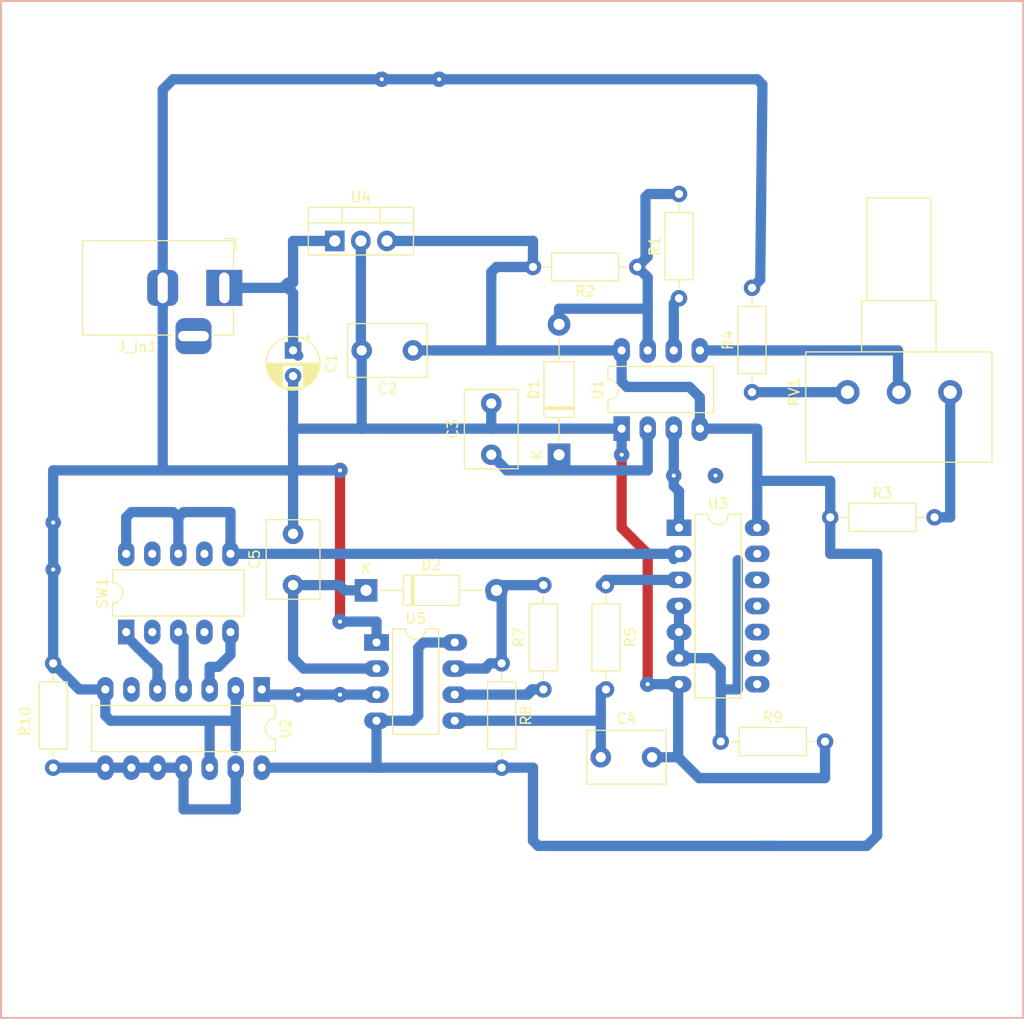
<source format=kicad_pcb>
(kicad_pcb (version 20171130) (host pcbnew 5.0.2-bee76a0~70~ubuntu18.10.1)

  (general
    (thickness 1.6)
    (drawings 4)
    (tracks 196)
    (zones 0)
    (modules 24)
    (nets 28)
  )

  (page A4 portrait)
  (layers
    (0 F.Cu signal)
    (31 B.Cu signal)
    (32 B.Adhes user)
    (33 F.Adhes user)
    (34 B.Paste user)
    (35 F.Paste user)
    (36 B.SilkS user)
    (37 F.SilkS user)
    (38 B.Mask user)
    (39 F.Mask user)
    (40 Dwgs.User user)
    (41 Cmts.User user)
    (42 Eco1.User user)
    (43 Eco2.User user)
    (44 Edge.Cuts user)
    (45 Margin user)
    (46 B.CrtYd user)
    (47 F.CrtYd user)
    (48 B.Fab user)
    (49 F.Fab user hide)
  )

  (setup
    (last_trace_width 1)
    (trace_clearance 0.2)
    (zone_clearance 0.508)
    (zone_45_only no)
    (trace_min 0.2)
    (segment_width 0.2)
    (edge_width 0.1)
    (via_size 1.5)
    (via_drill 0.4)
    (via_min_size 0.4)
    (via_min_drill 0.3)
    (uvia_size 0.3)
    (uvia_drill 0.1)
    (uvias_allowed no)
    (uvia_min_size 0.2)
    (uvia_min_drill 0.1)
    (pcb_text_width 0.3)
    (pcb_text_size 1.5 1.5)
    (mod_edge_width 0.15)
    (mod_text_size 1 1)
    (mod_text_width 0.15)
    (pad_size 2.4 1.6)
    (pad_drill 0.8)
    (pad_to_mask_clearance 0)
    (solder_mask_min_width 0.25)
    (aux_axis_origin 0 0)
    (visible_elements FFFFEF7F)
    (pcbplotparams
      (layerselection 0x010fc_ffffffff)
      (usegerberextensions false)
      (usegerberattributes false)
      (usegerberadvancedattributes false)
      (creategerberjobfile false)
      (excludeedgelayer true)
      (linewidth 0.100000)
      (plotframeref false)
      (viasonmask false)
      (mode 1)
      (useauxorigin false)
      (hpglpennumber 1)
      (hpglpenspeed 20)
      (hpglpendiameter 15.000000)
      (psnegative false)
      (psa4output false)
      (plotreference true)
      (plotvalue true)
      (plotinvisibletext false)
      (padsonsilk false)
      (subtractmaskfromsilk false)
      (outputformat 1)
      (mirror false)
      (drillshape 1)
      (scaleselection 1)
      (outputdirectory ""))
  )

  (net 0 "")
  (net 1 GND)
  (net 2 "Net-(U2-Pad6)")
  (net 3 "Net-(SW1-Pad1)")
  (net 4 "Net-(SW1-Pad2)")
  (net 5 "Net-(SW1-Pad7)")
  (net 6 "Net-(SW1-Pad3)")
  (net 7 "Net-(SW1-Pad4)")
  (net 8 "Net-(SW1-Pad9)")
  (net 9 "Net-(SW1-Pad5)")
  (net 10 "Net-(R10-Pad1)")
  (net 11 +12V)
  (net 12 /+5v_LM7805)
  (net 13 "Net-(R1-Pad1)")
  (net 14 "Net-(D1-Pad1)")
  (net 15 "Net-(C3-Pad1)")
  (net 16 "Net-(R3-Pad2)")
  (net 17 "Net-(R4-Pad1)")
  (net 18 "Net-(RV1-Pad2)")
  (net 19 "Net-(R9-Pad1)")
  (net 20 "Net-(D2-Pad1)")
  (net 21 "Net-(R7-Pad1)")
  (net 22 "Net-(C4-Pad1)")
  (net 23 "Net-(R5-Pad1)")
  (net 24 "Net-(C5-Pad1)")
  (net 25 /F_out_80_160khz)
  (net 26 /F_in_15_50khz)
  (net 27 /out_counter_2_4_8)

  (net_class Default "This is the default net class."
    (clearance 0.2)
    (trace_width 1)
    (via_dia 1.5)
    (via_drill 0.4)
    (uvia_dia 0.3)
    (uvia_drill 0.1)
    (add_net +12V)
    (add_net /+5v_LM7805)
    (add_net /F_in_15_50khz)
    (add_net /F_out_80_160khz)
    (add_net /out_counter_2_4_8)
    (add_net GND)
    (add_net "Net-(C3-Pad1)")
    (add_net "Net-(C4-Pad1)")
    (add_net "Net-(C5-Pad1)")
    (add_net "Net-(D1-Pad1)")
    (add_net "Net-(D2-Pad1)")
    (add_net "Net-(R1-Pad1)")
    (add_net "Net-(R10-Pad1)")
    (add_net "Net-(R3-Pad2)")
    (add_net "Net-(R4-Pad1)")
    (add_net "Net-(R5-Pad1)")
    (add_net "Net-(R7-Pad1)")
    (add_net "Net-(R9-Pad1)")
    (add_net "Net-(RV1-Pad2)")
    (add_net "Net-(SW1-Pad1)")
    (add_net "Net-(SW1-Pad2)")
    (add_net "Net-(SW1-Pad3)")
    (add_net "Net-(SW1-Pad4)")
    (add_net "Net-(SW1-Pad5)")
    (add_net "Net-(SW1-Pad7)")
    (add_net "Net-(SW1-Pad9)")
    (add_net "Net-(U2-Pad6)")
  )

  (module Capacitor_THT:C_Disc_D7.5mm_W5.0mm_P5.00mm (layer F.Cu) (tedit 5AE50EF0) (tstamp 5D10A7FA)
    (at 103.124 101.092 90)
    (descr "C, Disc series, Radial, pin pitch=5.00mm, , diameter*width=7.5*5.0mm^2, Capacitor, http://www.vishay.com/docs/28535/vy2series.pdf")
    (tags "C Disc series Radial pin pitch 5.00mm  diameter 7.5mm width 5.0mm Capacitor")
    (path /5D10D5E0)
    (fp_text reference C5 (at 2.5 -3.75 90) (layer F.SilkS)
      (effects (font (size 1 1) (thickness 0.15)))
    )
    (fp_text value 10n (at 2.5 3.75 90) (layer F.Fab)
      (effects (font (size 1 1) (thickness 0.15)))
    )
    (fp_line (start -1.25 -2.5) (end -1.25 2.5) (layer F.Fab) (width 0.1))
    (fp_line (start -1.25 2.5) (end 6.25 2.5) (layer F.Fab) (width 0.1))
    (fp_line (start 6.25 2.5) (end 6.25 -2.5) (layer F.Fab) (width 0.1))
    (fp_line (start 6.25 -2.5) (end -1.25 -2.5) (layer F.Fab) (width 0.1))
    (fp_line (start -1.37 -2.62) (end 6.37 -2.62) (layer F.SilkS) (width 0.12))
    (fp_line (start -1.37 2.62) (end 6.37 2.62) (layer F.SilkS) (width 0.12))
    (fp_line (start -1.37 -2.62) (end -1.37 2.62) (layer F.SilkS) (width 0.12))
    (fp_line (start 6.37 -2.62) (end 6.37 2.62) (layer F.SilkS) (width 0.12))
    (fp_line (start -1.5 -2.75) (end -1.5 2.75) (layer F.CrtYd) (width 0.05))
    (fp_line (start -1.5 2.75) (end 6.5 2.75) (layer F.CrtYd) (width 0.05))
    (fp_line (start 6.5 2.75) (end 6.5 -2.75) (layer F.CrtYd) (width 0.05))
    (fp_line (start 6.5 -2.75) (end -1.5 -2.75) (layer F.CrtYd) (width 0.05))
    (fp_text user %R (at 2.5 0 90) (layer F.Fab)
      (effects (font (size 1 1) (thickness 0.15)))
    )
    (pad 1 thru_hole circle (at 0 0 90) (size 2 2) (drill 1) (layers *.Cu *.Mask)
      (net 24 "Net-(C5-Pad1)"))
    (pad 2 thru_hole circle (at 5 0 90) (size 2 2) (drill 1) (layers *.Cu *.Mask)
      (net 1 GND))
    (model ${KISYS3DMOD}/Capacitor_THT.3dshapes/C_Disc_D7.5mm_W5.0mm_P5.00mm.wrl
      (at (xyz 0 0 0))
      (scale (xyz 1 1 1))
      (rotate (xyz 0 0 0))
    )
  )

  (module Diode_THT:D_DO-41_SOD81_P12.70mm_Horizontal (layer F.Cu) (tedit 5D0E7E93) (tstamp 5D10A716)
    (at 110.236 101.6)
    (descr "Diode, DO-41_SOD81 series, Axial, Horizontal, pin pitch=12.7mm, , length*diameter=5.2*2.7mm^2, , http://www.diodes.com/_files/packages/DO-41%20(Plastic).pdf")
    (tags "Diode DO-41_SOD81 series Axial Horizontal pin pitch 12.7mm  length 5.2mm diameter 2.7mm")
    (path /5D10D5B2)
    (fp_text reference D2 (at 6.35 -2.47) (layer F.SilkS)
      (effects (font (size 1 1) (thickness 0.15)))
    )
    (fp_text value DIODE (at 6.35 2.47) (layer F.Fab)
      (effects (font (size 1 1) (thickness 0.15)))
    )
    (fp_line (start 3.75 -1.35) (end 3.75 1.35) (layer F.Fab) (width 0.1))
    (fp_line (start 3.75 1.35) (end 8.95 1.35) (layer F.Fab) (width 0.1))
    (fp_line (start 8.95 1.35) (end 8.95 -1.35) (layer F.Fab) (width 0.1))
    (fp_line (start 8.95 -1.35) (end 3.75 -1.35) (layer F.Fab) (width 0.1))
    (fp_line (start 0 0) (end 3.75 0) (layer F.Fab) (width 0.1))
    (fp_line (start 12.7 0) (end 8.95 0) (layer F.Fab) (width 0.1))
    (fp_line (start 4.53 -1.35) (end 4.53 1.35) (layer F.Fab) (width 0.1))
    (fp_line (start 4.63 -1.35) (end 4.63 1.35) (layer F.Fab) (width 0.1))
    (fp_line (start 4.43 -1.35) (end 4.43 1.35) (layer F.Fab) (width 0.1))
    (fp_line (start 3.63 -1.47) (end 3.63 1.47) (layer F.SilkS) (width 0.12))
    (fp_line (start 3.63 1.47) (end 9.07 1.47) (layer F.SilkS) (width 0.12))
    (fp_line (start 9.07 1.47) (end 9.07 -1.47) (layer F.SilkS) (width 0.12))
    (fp_line (start 9.07 -1.47) (end 3.63 -1.47) (layer F.SilkS) (width 0.12))
    (fp_line (start 1.34 0) (end 3.63 0) (layer F.SilkS) (width 0.12))
    (fp_line (start 11.36 0) (end 9.07 0) (layer F.SilkS) (width 0.12))
    (fp_line (start 4.53 -1.47) (end 4.53 1.47) (layer F.SilkS) (width 0.12))
    (fp_line (start 4.65 -1.47) (end 4.65 1.47) (layer F.SilkS) (width 0.12))
    (fp_line (start 4.41 -1.47) (end 4.41 1.47) (layer F.SilkS) (width 0.12))
    (fp_line (start -1.35 -1.6) (end -1.35 1.6) (layer F.CrtYd) (width 0.05))
    (fp_line (start -1.35 1.6) (end 14.05 1.6) (layer F.CrtYd) (width 0.05))
    (fp_line (start 14.05 1.6) (end 14.05 -1.6) (layer F.CrtYd) (width 0.05))
    (fp_line (start 14.05 -1.6) (end -1.35 -1.6) (layer F.CrtYd) (width 0.05))
    (fp_text user %R (at 6.74 0) (layer F.Fab)
      (effects (font (size 1 1) (thickness 0.15)))
    )
    (fp_text user K (at 0 -2.1) (layer F.Fab)
      (effects (font (size 1 1) (thickness 0.15)))
    )
    (fp_text user K (at 0 -2.1) (layer F.SilkS)
      (effects (font (size 1 1) (thickness 0.15)))
    )
    (pad 2 thru_hole rect (at 0 0) (size 2.2 2.2) (drill 1.1) (layers *.Cu *.Mask)
      (net 24 "Net-(C5-Pad1)"))
    (pad 1 thru_hole oval (at 12.7 0) (size 2.2 2.2) (drill 1.1) (layers *.Cu *.Mask)
      (net 20 "Net-(D2-Pad1)"))
    (model ${KISYS3DMOD}/Diode_THT.3dshapes/D_DO-41_SOD81_P12.70mm_Horizontal.wrl
      (at (xyz 0 0 0))
      (scale (xyz 1 1 1))
      (rotate (xyz 0 0 0))
    )
  )

  (module Diode_THT:D_DO-41_SOD81_P12.70mm_Horizontal (layer F.Cu) (tedit 5D0E7E84) (tstamp 5D10BC29)
    (at 129.032 88.392 90)
    (descr "Diode, DO-41_SOD81 series, Axial, Horizontal, pin pitch=12.7mm, , length*diameter=5.2*2.7mm^2, , http://www.diodes.com/_files/packages/DO-41%20(Plastic).pdf")
    (tags "Diode DO-41_SOD81 series Axial Horizontal pin pitch 12.7mm  length 5.2mm diameter 2.7mm")
    (path /5D03A310)
    (fp_text reference D1 (at 6.35 -2.47 90) (layer F.SilkS)
      (effects (font (size 1 1) (thickness 0.15)))
    )
    (fp_text value DIODE (at 6.35 2.47 90) (layer F.Fab)
      (effects (font (size 1 1) (thickness 0.15)))
    )
    (fp_line (start 3.75 -1.35) (end 3.75 1.35) (layer F.Fab) (width 0.1))
    (fp_line (start 3.75 1.35) (end 8.95 1.35) (layer F.Fab) (width 0.1))
    (fp_line (start 8.95 1.35) (end 8.95 -1.35) (layer F.Fab) (width 0.1))
    (fp_line (start 8.95 -1.35) (end 3.75 -1.35) (layer F.Fab) (width 0.1))
    (fp_line (start 0 0) (end 3.75 0) (layer F.Fab) (width 0.1))
    (fp_line (start 12.7 0) (end 8.95 0) (layer F.Fab) (width 0.1))
    (fp_line (start 4.53 -1.35) (end 4.53 1.35) (layer F.Fab) (width 0.1))
    (fp_line (start 4.63 -1.35) (end 4.63 1.35) (layer F.Fab) (width 0.1))
    (fp_line (start 4.43 -1.35) (end 4.43 1.35) (layer F.Fab) (width 0.1))
    (fp_line (start 3.63 -1.47) (end 3.63 1.47) (layer F.SilkS) (width 0.12))
    (fp_line (start 3.63 1.47) (end 9.07 1.47) (layer F.SilkS) (width 0.12))
    (fp_line (start 9.07 1.47) (end 9.07 -1.47) (layer F.SilkS) (width 0.12))
    (fp_line (start 9.07 -1.47) (end 3.63 -1.47) (layer F.SilkS) (width 0.12))
    (fp_line (start 1.34 0) (end 3.63 0) (layer F.SilkS) (width 0.12))
    (fp_line (start 11.36 0) (end 9.07 0) (layer F.SilkS) (width 0.12))
    (fp_line (start 4.53 -1.47) (end 4.53 1.47) (layer F.SilkS) (width 0.12))
    (fp_line (start 4.65 -1.47) (end 4.65 1.47) (layer F.SilkS) (width 0.12))
    (fp_line (start 4.41 -1.47) (end 4.41 1.47) (layer F.SilkS) (width 0.12))
    (fp_line (start -1.35 -1.6) (end -1.35 1.6) (layer F.CrtYd) (width 0.05))
    (fp_line (start -1.35 1.6) (end 14.05 1.6) (layer F.CrtYd) (width 0.05))
    (fp_line (start 14.05 1.6) (end 14.05 -1.6) (layer F.CrtYd) (width 0.05))
    (fp_line (start 14.05 -1.6) (end -1.35 -1.6) (layer F.CrtYd) (width 0.05))
    (fp_text user %R (at 6.74 0 90) (layer F.Fab)
      (effects (font (size 1 1) (thickness 0.15)))
    )
    (fp_text user K (at 0 -2.1 90) (layer F.Fab)
      (effects (font (size 1 1) (thickness 0.15)))
    )
    (fp_text user K (at 0 -2.1 90) (layer F.SilkS)
      (effects (font (size 1 1) (thickness 0.15)))
    )
    (pad 2 thru_hole rect (at 0 0 90) (size 2.2 2.2) (drill 1.1) (layers *.Cu *.Mask)
      (net 15 "Net-(C3-Pad1)"))
    (pad 1 thru_hole oval (at 12.7 0 90) (size 2.2 2.2) (drill 1.1) (layers *.Cu *.Mask)
      (net 14 "Net-(D1-Pad1)"))
    (model ${KISYS3DMOD}/Diode_THT.3dshapes/D_DO-41_SOD81_P12.70mm_Horizontal.wrl
      (at (xyz 0 0 0))
      (scale (xyz 1 1 1))
      (rotate (xyz 0 0 0))
    )
  )

  (module Connector_BarrelJack:BarrelJack_Horizontal (layer F.Cu) (tedit 5D0E7D6B) (tstamp 5D0FE54A)
    (at 96.424 72.136)
    (descr "DC Barrel Jack")
    (tags "Power Jack")
    (path /5C4BF483)
    (fp_text reference J_in1 (at -8.45 5.75) (layer F.SilkS)
      (effects (font (size 1 1) (thickness 0.15)))
    )
    (fp_text value Screw_Terminal_01x02 (at -6.2 -5.5) (layer F.Fab)
      (effects (font (size 1 1) (thickness 0.15)))
    )
    (fp_text user %R (at -3 -2.95) (layer F.Fab)
      (effects (font (size 1 1) (thickness 0.15)))
    )
    (fp_line (start -0.003213 -4.505425) (end 0.8 -3.75) (layer F.Fab) (width 0.1))
    (fp_line (start 1.1 -3.75) (end 1.1 -4.8) (layer F.SilkS) (width 0.12))
    (fp_line (start 0.05 -4.8) (end 1.1 -4.8) (layer F.SilkS) (width 0.12))
    (fp_line (start 1 -4.5) (end 1 -4.75) (layer F.CrtYd) (width 0.05))
    (fp_line (start 1 -4.75) (end -14 -4.75) (layer F.CrtYd) (width 0.05))
    (fp_line (start 1 -4.5) (end 1 -2) (layer F.CrtYd) (width 0.05))
    (fp_line (start 1 -2) (end 2 -2) (layer F.CrtYd) (width 0.05))
    (fp_line (start 2 -2) (end 2 2) (layer F.CrtYd) (width 0.05))
    (fp_line (start 2 2) (end 1 2) (layer F.CrtYd) (width 0.05))
    (fp_line (start 1 2) (end 1 4.75) (layer F.CrtYd) (width 0.05))
    (fp_line (start 1 4.75) (end -1 4.75) (layer F.CrtYd) (width 0.05))
    (fp_line (start -1 4.75) (end -1 6.75) (layer F.CrtYd) (width 0.05))
    (fp_line (start -1 6.75) (end -5 6.75) (layer F.CrtYd) (width 0.05))
    (fp_line (start -5 6.75) (end -5 4.75) (layer F.CrtYd) (width 0.05))
    (fp_line (start -5 4.75) (end -14 4.75) (layer F.CrtYd) (width 0.05))
    (fp_line (start -14 4.75) (end -14 -4.75) (layer F.CrtYd) (width 0.05))
    (fp_line (start -5 4.6) (end -13.8 4.6) (layer F.SilkS) (width 0.12))
    (fp_line (start -13.8 4.6) (end -13.8 -4.6) (layer F.SilkS) (width 0.12))
    (fp_line (start 0.9 1.9) (end 0.9 4.6) (layer F.SilkS) (width 0.12))
    (fp_line (start 0.9 4.6) (end -1 4.6) (layer F.SilkS) (width 0.12))
    (fp_line (start -13.8 -4.6) (end 0.9 -4.6) (layer F.SilkS) (width 0.12))
    (fp_line (start 0.9 -4.6) (end 0.9 -2) (layer F.SilkS) (width 0.12))
    (fp_line (start -10.2 -4.5) (end -10.2 4.5) (layer F.Fab) (width 0.1))
    (fp_line (start -13.7 -4.5) (end -13.7 4.5) (layer F.Fab) (width 0.1))
    (fp_line (start -13.7 4.5) (end 0.8 4.5) (layer F.Fab) (width 0.1))
    (fp_line (start 0.8 4.5) (end 0.8 -3.75) (layer F.Fab) (width 0.1))
    (fp_line (start 0 -4.5) (end -13.7 -4.5) (layer F.Fab) (width 0.1))
    (pad 2 thru_hole rect (at 0 0) (size 3.5 3.5) (drill oval 1 3) (layers *.Cu *.Mask)
      (net 11 +12V))
    (pad 1 thru_hole roundrect (at -6 0) (size 3 3.5) (drill oval 1 3) (layers *.Cu *.Mask) (roundrect_rratio 0.25)
      (net 1 GND))
    (pad 3 thru_hole roundrect (at -3 4.7) (size 3.5 3.5) (drill oval 3 1) (layers *.Cu *.Mask) (roundrect_rratio 0.25))
    (model ${KISYS3DMOD}/Connector_BarrelJack.3dshapes/BarrelJack_Horizontal.wrl
      (at (xyz 0 0 0))
      (scale (xyz 1 1 1))
      (rotate (xyz 0 0 0))
    )
    (model ${KISYS3DMOD}/Connector_BarrelJack.3dshapes/BarrelJack_CUI_PJ-063BH_Horizontal.step
      (at (xyz 0 0 0))
      (scale (xyz 1 1 1))
      (rotate (xyz 0 0 90))
    )
  )

  (module Package_DIP:DIP-10_W7.62mm_LongPads (layer F.Cu) (tedit 5D0E7CB7) (tstamp 5D10A619)
    (at 86.868 105.664 90)
    (descr "10-lead though-hole mounted DIP package, row spacing 7.62 mm (300 mils), LongPads")
    (tags "THT DIP DIL PDIP 2.54mm 7.62mm 300mil LongPads")
    (path /5D0F0723)
    (fp_text reference SW1 (at 3.81 -2.33 90) (layer F.SilkS)
      (effects (font (size 1 1) (thickness 0.15)))
    )
    (fp_text value SW_DIP_x05 (at 3.81 12.49 90) (layer F.Fab)
      (effects (font (size 1 1) (thickness 0.15)))
    )
    (fp_arc (start 3.81 -1.33) (end 2.81 -1.33) (angle -180) (layer F.SilkS) (width 0.12))
    (fp_line (start 1.635 -1.27) (end 6.985 -1.27) (layer F.Fab) (width 0.1))
    (fp_line (start 6.985 -1.27) (end 6.985 11.43) (layer F.Fab) (width 0.1))
    (fp_line (start 6.985 11.43) (end 0.635 11.43) (layer F.Fab) (width 0.1))
    (fp_line (start 0.635 11.43) (end 0.635 -0.27) (layer F.Fab) (width 0.1))
    (fp_line (start 0.635 -0.27) (end 1.635 -1.27) (layer F.Fab) (width 0.1))
    (fp_line (start 2.81 -1.33) (end 1.56 -1.33) (layer F.SilkS) (width 0.12))
    (fp_line (start 1.56 -1.33) (end 1.56 11.49) (layer F.SilkS) (width 0.12))
    (fp_line (start 1.56 11.49) (end 6.06 11.49) (layer F.SilkS) (width 0.12))
    (fp_line (start 6.06 11.49) (end 6.06 -1.33) (layer F.SilkS) (width 0.12))
    (fp_line (start 6.06 -1.33) (end 4.81 -1.33) (layer F.SilkS) (width 0.12))
    (fp_line (start -1.45 -1.55) (end -1.45 11.7) (layer F.CrtYd) (width 0.05))
    (fp_line (start -1.45 11.7) (end 9.1 11.7) (layer F.CrtYd) (width 0.05))
    (fp_line (start 9.1 11.7) (end 9.1 -1.55) (layer F.CrtYd) (width 0.05))
    (fp_line (start 9.1 -1.55) (end -1.45 -1.55) (layer F.CrtYd) (width 0.05))
    (fp_text user %R (at 3.81 5.08 90) (layer F.Fab)
      (effects (font (size 1 1) (thickness 0.15)))
    )
    (pad 5 thru_hole rect (at 0 0 90) (size 2.4 1.6) (drill 0.8) (layers *.Cu *.Mask)
      (net 9 "Net-(SW1-Pad5)"))
    (pad 6 thru_hole oval (at 7.62 10.16 90) (size 2.4 1.6) (drill 0.8) (layers *.Cu *.Mask)
      (net 27 /out_counter_2_4_8))
    (pad 4 thru_hole oval (at 0 2.54 90) (size 2.4 1.6) (drill 0.8) (layers *.Cu *.Mask)
      (net 7 "Net-(SW1-Pad4)"))
    (pad 7 thru_hole oval (at 7.62 7.62 90) (size 2.4 1.6) (drill 0.8) (layers *.Cu *.Mask)
      (net 5 "Net-(SW1-Pad7)"))
    (pad 3 thru_hole oval (at 0 5.08 90) (size 2.4 1.6) (drill 0.8) (layers *.Cu *.Mask)
      (net 6 "Net-(SW1-Pad3)"))
    (pad 8 thru_hole oval (at 7.62 5.08 90) (size 2.4 1.6) (drill 0.8) (layers *.Cu *.Mask)
      (net 27 /out_counter_2_4_8))
    (pad 2 thru_hole oval (at 0 7.62 90) (size 2.4 1.6) (drill 0.8) (layers *.Cu *.Mask)
      (net 4 "Net-(SW1-Pad2)"))
    (pad 9 thru_hole oval (at 7.62 2.54 90) (size 2.4 1.6) (drill 0.8) (layers *.Cu *.Mask)
      (net 8 "Net-(SW1-Pad9)"))
    (pad 1 thru_hole oval (at 0 10.16 90) (size 2.4 1.6) (drill 0.8) (layers *.Cu *.Mask)
      (net 3 "Net-(SW1-Pad1)"))
    (pad 10 thru_hole oval (at 7.62 0 90) (size 2.4 1.6) (drill 0.8) (layers *.Cu *.Mask)
      (net 27 /out_counter_2_4_8))
    (model ${KISYS3DMOD}/Package_DIP.3dshapes/DIP-10_W7.62mm.wrl
      (at (xyz 0 0 0))
      (scale (xyz 1 1 1))
      (rotate (xyz 0 0 0))
    )
  )

  (module Capacitor_THT:C_Disc_D7.5mm_W5.0mm_P5.00mm (layer F.Cu) (tedit 5AE50EF0) (tstamp 5D10A51B)
    (at 133.096 117.856)
    (descr "C, Disc series, Radial, pin pitch=5.00mm, , diameter*width=7.5*5.0mm^2, Capacitor, http://www.vishay.com/docs/28535/vy2series.pdf")
    (tags "C Disc series Radial pin pitch 5.00mm  diameter 7.5mm width 5.0mm Capacitor")
    (path /5D1081EA)
    (fp_text reference C4 (at 2.5 -3.75) (layer F.SilkS)
      (effects (font (size 1 1) (thickness 0.15)))
    )
    (fp_text value 333p (at 2.5 3.75) (layer F.Fab)
      (effects (font (size 1 1) (thickness 0.15)))
    )
    (fp_text user %R (at 2.5 0) (layer F.Fab)
      (effects (font (size 1 1) (thickness 0.15)))
    )
    (fp_line (start 6.5 -2.75) (end -1.5 -2.75) (layer F.CrtYd) (width 0.05))
    (fp_line (start 6.5 2.75) (end 6.5 -2.75) (layer F.CrtYd) (width 0.05))
    (fp_line (start -1.5 2.75) (end 6.5 2.75) (layer F.CrtYd) (width 0.05))
    (fp_line (start -1.5 -2.75) (end -1.5 2.75) (layer F.CrtYd) (width 0.05))
    (fp_line (start 6.37 -2.62) (end 6.37 2.62) (layer F.SilkS) (width 0.12))
    (fp_line (start -1.37 -2.62) (end -1.37 2.62) (layer F.SilkS) (width 0.12))
    (fp_line (start -1.37 2.62) (end 6.37 2.62) (layer F.SilkS) (width 0.12))
    (fp_line (start -1.37 -2.62) (end 6.37 -2.62) (layer F.SilkS) (width 0.12))
    (fp_line (start 6.25 -2.5) (end -1.25 -2.5) (layer F.Fab) (width 0.1))
    (fp_line (start 6.25 2.5) (end 6.25 -2.5) (layer F.Fab) (width 0.1))
    (fp_line (start -1.25 2.5) (end 6.25 2.5) (layer F.Fab) (width 0.1))
    (fp_line (start -1.25 -2.5) (end -1.25 2.5) (layer F.Fab) (width 0.1))
    (pad 2 thru_hole circle (at 5 0) (size 2 2) (drill 1) (layers *.Cu *.Mask)
      (net 1 GND))
    (pad 1 thru_hole circle (at 0 0) (size 2 2) (drill 1) (layers *.Cu *.Mask)
      (net 22 "Net-(C4-Pad1)"))
    (model ${KISYS3DMOD}/Capacitor_THT.3dshapes/C_Disc_D7.5mm_W5.0mm_P5.00mm.wrl
      (at (xyz 0 0 0))
      (scale (xyz 1 1 1))
      (rotate (xyz 0 0 0))
    )
  )

  (module Package_DIP:DIP-8_W7.62mm_LongPads (layer F.Cu) (tedit 5A02E8C5) (tstamp 5D10A87B)
    (at 111.252 106.68)
    (descr "8-lead though-hole mounted DIP package, row spacing 7.62 mm (300 mils), LongPads")
    (tags "THT DIP DIL PDIP 2.54mm 7.62mm 300mil LongPads")
    (path /5D10D5C0)
    (fp_text reference U5 (at 3.81 -2.33) (layer F.SilkS)
      (effects (font (size 1 1) (thickness 0.15)))
    )
    (fp_text value NE555 (at 3.81 9.95) (layer F.Fab)
      (effects (font (size 1 1) (thickness 0.15)))
    )
    (fp_arc (start 3.81 -1.33) (end 2.81 -1.33) (angle -180) (layer F.SilkS) (width 0.12))
    (fp_line (start 1.635 -1.27) (end 6.985 -1.27) (layer F.Fab) (width 0.1))
    (fp_line (start 6.985 -1.27) (end 6.985 8.89) (layer F.Fab) (width 0.1))
    (fp_line (start 6.985 8.89) (end 0.635 8.89) (layer F.Fab) (width 0.1))
    (fp_line (start 0.635 8.89) (end 0.635 -0.27) (layer F.Fab) (width 0.1))
    (fp_line (start 0.635 -0.27) (end 1.635 -1.27) (layer F.Fab) (width 0.1))
    (fp_line (start 2.81 -1.33) (end 1.56 -1.33) (layer F.SilkS) (width 0.12))
    (fp_line (start 1.56 -1.33) (end 1.56 8.95) (layer F.SilkS) (width 0.12))
    (fp_line (start 1.56 8.95) (end 6.06 8.95) (layer F.SilkS) (width 0.12))
    (fp_line (start 6.06 8.95) (end 6.06 -1.33) (layer F.SilkS) (width 0.12))
    (fp_line (start 6.06 -1.33) (end 4.81 -1.33) (layer F.SilkS) (width 0.12))
    (fp_line (start -1.45 -1.55) (end -1.45 9.15) (layer F.CrtYd) (width 0.05))
    (fp_line (start -1.45 9.15) (end 9.1 9.15) (layer F.CrtYd) (width 0.05))
    (fp_line (start 9.1 9.15) (end 9.1 -1.55) (layer F.CrtYd) (width 0.05))
    (fp_line (start 9.1 -1.55) (end -1.45 -1.55) (layer F.CrtYd) (width 0.05))
    (fp_text user %R (at 3.81 3.81) (layer F.Fab)
      (effects (font (size 1 1) (thickness 0.15)))
    )
    (pad 1 thru_hole rect (at 0 0) (size 2.4 1.6) (drill 0.8) (layers *.Cu *.Mask)
      (net 1 GND))
    (pad 5 thru_hole oval (at 7.62 7.62) (size 2.4 1.6) (drill 0.8) (layers *.Cu *.Mask)
      (net 22 "Net-(C4-Pad1)"))
    (pad 2 thru_hole oval (at 0 2.54) (size 2.4 1.6) (drill 0.8) (layers *.Cu *.Mask)
      (net 24 "Net-(C5-Pad1)"))
    (pad 6 thru_hole oval (at 7.62 5.08) (size 2.4 1.6) (drill 0.8) (layers *.Cu *.Mask)
      (net 21 "Net-(R7-Pad1)"))
    (pad 3 thru_hole oval (at 0 5.08) (size 2.4 1.6) (drill 0.8) (layers *.Cu *.Mask)
      (net 25 /F_out_80_160khz))
    (pad 7 thru_hole oval (at 7.62 2.54) (size 2.4 1.6) (drill 0.8) (layers *.Cu *.Mask)
      (net 20 "Net-(D2-Pad1)"))
    (pad 4 thru_hole oval (at 0 7.62) (size 2.4 1.6) (drill 0.8) (layers *.Cu *.Mask)
      (net 12 /+5v_LM7805))
    (pad 8 thru_hole oval (at 7.62 0) (size 2.4 1.6) (drill 0.8) (layers *.Cu *.Mask)
      (net 12 /+5v_LM7805))
    (model ${KISYS3DMOD}/Package_DIP.3dshapes/DIP-8_W7.62mm.wrl
      (at (xyz 0 0 0))
      (scale (xyz 1 1 1))
      (rotate (xyz 0 0 0))
    )
  )

  (module Resistor_THT:R_Axial_DIN0207_L6.3mm_D2.5mm_P10.16mm_Horizontal (layer F.Cu) (tedit 5AE5139B) (tstamp 5D10AA05)
    (at 79.756 118.872 90)
    (descr "Resistor, Axial_DIN0207 series, Axial, Horizontal, pin pitch=10.16mm, 0.25W = 1/4W, length*diameter=6.3*2.5mm^2, http://cdn-reichelt.de/documents/datenblatt/B400/1_4W%23YAG.pdf")
    (tags "Resistor Axial_DIN0207 series Axial Horizontal pin pitch 10.16mm 0.25W = 1/4W length 6.3mm diameter 2.5mm")
    (path /5D133314)
    (fp_text reference R10 (at 4.512999 -2.749001 90) (layer F.SilkS)
      (effects (font (size 1 1) (thickness 0.15)))
    )
    (fp_text value 10k (at 5.08 2.37 90) (layer F.Fab)
      (effects (font (size 1 1) (thickness 0.15)))
    )
    (fp_text user %R (at 5.08 0 90) (layer F.Fab)
      (effects (font (size 1 1) (thickness 0.15)))
    )
    (fp_line (start 11.21 -1.5) (end -1.05 -1.5) (layer F.CrtYd) (width 0.05))
    (fp_line (start 11.21 1.5) (end 11.21 -1.5) (layer F.CrtYd) (width 0.05))
    (fp_line (start -1.05 1.5) (end 11.21 1.5) (layer F.CrtYd) (width 0.05))
    (fp_line (start -1.05 -1.5) (end -1.05 1.5) (layer F.CrtYd) (width 0.05))
    (fp_line (start 9.12 0) (end 8.35 0) (layer F.SilkS) (width 0.12))
    (fp_line (start 1.04 0) (end 1.81 0) (layer F.SilkS) (width 0.12))
    (fp_line (start 8.35 -1.37) (end 1.81 -1.37) (layer F.SilkS) (width 0.12))
    (fp_line (start 8.35 1.37) (end 8.35 -1.37) (layer F.SilkS) (width 0.12))
    (fp_line (start 1.81 1.37) (end 8.35 1.37) (layer F.SilkS) (width 0.12))
    (fp_line (start 1.81 -1.37) (end 1.81 1.37) (layer F.SilkS) (width 0.12))
    (fp_line (start 10.16 0) (end 8.23 0) (layer F.Fab) (width 0.1))
    (fp_line (start 0 0) (end 1.93 0) (layer F.Fab) (width 0.1))
    (fp_line (start 8.23 -1.25) (end 1.93 -1.25) (layer F.Fab) (width 0.1))
    (fp_line (start 8.23 1.25) (end 8.23 -1.25) (layer F.Fab) (width 0.1))
    (fp_line (start 1.93 1.25) (end 8.23 1.25) (layer F.Fab) (width 0.1))
    (fp_line (start 1.93 -1.25) (end 1.93 1.25) (layer F.Fab) (width 0.1))
    (pad 2 thru_hole oval (at 10.16 0 90) (size 1.6 1.6) (drill 0.8) (layers *.Cu *.Mask)
      (net 1 GND))
    (pad 1 thru_hole circle (at 0 0 90) (size 1.6 1.6) (drill 0.8) (layers *.Cu *.Mask)
      (net 10 "Net-(R10-Pad1)"))
    (model ${KISYS3DMOD}/Resistor_THT.3dshapes/R_Axial_DIN0207_L6.3mm_D2.5mm_P10.16mm_Horizontal.wrl
      (at (xyz 0 0 0))
      (scale (xyz 1 1 1))
      (rotate (xyz 0 0 0))
    )
  )

  (module Resistor_THT:R_Axial_DIN0207_L6.3mm_D2.5mm_P10.16mm_Horizontal (layer F.Cu) (tedit 5AE5139B) (tstamp 5D10A6CC)
    (at 133.604 101.092 270)
    (descr "Resistor, Axial_DIN0207 series, Axial, Horizontal, pin pitch=10.16mm, 0.25W = 1/4W, length*diameter=6.3*2.5mm^2, http://cdn-reichelt.de/documents/datenblatt/B400/1_4W%23YAG.pdf")
    (tags "Resistor Axial_DIN0207 series Axial Horizontal pin pitch 10.16mm 0.25W = 1/4W length 6.3mm diameter 2.5mm")
    (path /5D107D0A)
    (fp_text reference R5 (at 5.08 -2.37 270) (layer F.SilkS)
      (effects (font (size 1 1) (thickness 0.15)))
    )
    (fp_text value 8.2k (at 5.08 2.37 270) (layer F.Fab)
      (effects (font (size 1 1) (thickness 0.15)))
    )
    (fp_text user %R (at 5.08 0 270) (layer F.Fab)
      (effects (font (size 1 1) (thickness 0.15)))
    )
    (fp_line (start 11.21 -1.5) (end -1.05 -1.5) (layer F.CrtYd) (width 0.05))
    (fp_line (start 11.21 1.5) (end 11.21 -1.5) (layer F.CrtYd) (width 0.05))
    (fp_line (start -1.05 1.5) (end 11.21 1.5) (layer F.CrtYd) (width 0.05))
    (fp_line (start -1.05 -1.5) (end -1.05 1.5) (layer F.CrtYd) (width 0.05))
    (fp_line (start 9.12 0) (end 8.35 0) (layer F.SilkS) (width 0.12))
    (fp_line (start 1.04 0) (end 1.81 0) (layer F.SilkS) (width 0.12))
    (fp_line (start 8.35 -1.37) (end 1.81 -1.37) (layer F.SilkS) (width 0.12))
    (fp_line (start 8.35 1.37) (end 8.35 -1.37) (layer F.SilkS) (width 0.12))
    (fp_line (start 1.81 1.37) (end 8.35 1.37) (layer F.SilkS) (width 0.12))
    (fp_line (start 1.81 -1.37) (end 1.81 1.37) (layer F.SilkS) (width 0.12))
    (fp_line (start 10.16 0) (end 8.23 0) (layer F.Fab) (width 0.1))
    (fp_line (start 0 0) (end 1.93 0) (layer F.Fab) (width 0.1))
    (fp_line (start 8.23 -1.25) (end 1.93 -1.25) (layer F.Fab) (width 0.1))
    (fp_line (start 8.23 1.25) (end 8.23 -1.25) (layer F.Fab) (width 0.1))
    (fp_line (start 1.93 1.25) (end 8.23 1.25) (layer F.Fab) (width 0.1))
    (fp_line (start 1.93 -1.25) (end 1.93 1.25) (layer F.Fab) (width 0.1))
    (pad 2 thru_hole oval (at 10.16 0 270) (size 1.6 1.6) (drill 0.8) (layers *.Cu *.Mask)
      (net 22 "Net-(C4-Pad1)"))
    (pad 1 thru_hole circle (at 0 0 270) (size 1.6 1.6) (drill 0.8) (layers *.Cu *.Mask)
      (net 23 "Net-(R5-Pad1)"))
    (model ${KISYS3DMOD}/Resistor_THT.3dshapes/R_Axial_DIN0207_L6.3mm_D2.5mm_P10.16mm_Horizontal.wrl
      (at (xyz 0 0 0))
      (scale (xyz 1 1 1))
      (rotate (xyz 0 0 0))
    )
  )

  (module Resistor_THT:R_Axial_DIN0207_L6.3mm_D2.5mm_P10.16mm_Horizontal (layer F.Cu) (tedit 5AE5139B) (tstamp 5D10AA47)
    (at 127.508 111.252 90)
    (descr "Resistor, Axial_DIN0207 series, Axial, Horizontal, pin pitch=10.16mm, 0.25W = 1/4W, length*diameter=6.3*2.5mm^2, http://cdn-reichelt.de/documents/datenblatt/B400/1_4W%23YAG.pdf")
    (tags "Resistor Axial_DIN0207 series Axial Horizontal pin pitch 10.16mm 0.25W = 1/4W length 6.3mm diameter 2.5mm")
    (path /5D10D5B9)
    (fp_text reference R7 (at 5.08 -2.37 90) (layer F.SilkS)
      (effects (font (size 1 1) (thickness 0.15)))
    )
    (fp_text value 470 (at 5.08 2.37 90) (layer F.Fab)
      (effects (font (size 1 1) (thickness 0.15)))
    )
    (fp_line (start 1.93 -1.25) (end 1.93 1.25) (layer F.Fab) (width 0.1))
    (fp_line (start 1.93 1.25) (end 8.23 1.25) (layer F.Fab) (width 0.1))
    (fp_line (start 8.23 1.25) (end 8.23 -1.25) (layer F.Fab) (width 0.1))
    (fp_line (start 8.23 -1.25) (end 1.93 -1.25) (layer F.Fab) (width 0.1))
    (fp_line (start 0 0) (end 1.93 0) (layer F.Fab) (width 0.1))
    (fp_line (start 10.16 0) (end 8.23 0) (layer F.Fab) (width 0.1))
    (fp_line (start 1.81 -1.37) (end 1.81 1.37) (layer F.SilkS) (width 0.12))
    (fp_line (start 1.81 1.37) (end 8.35 1.37) (layer F.SilkS) (width 0.12))
    (fp_line (start 8.35 1.37) (end 8.35 -1.37) (layer F.SilkS) (width 0.12))
    (fp_line (start 8.35 -1.37) (end 1.81 -1.37) (layer F.SilkS) (width 0.12))
    (fp_line (start 1.04 0) (end 1.81 0) (layer F.SilkS) (width 0.12))
    (fp_line (start 9.12 0) (end 8.35 0) (layer F.SilkS) (width 0.12))
    (fp_line (start -1.05 -1.5) (end -1.05 1.5) (layer F.CrtYd) (width 0.05))
    (fp_line (start -1.05 1.5) (end 11.21 1.5) (layer F.CrtYd) (width 0.05))
    (fp_line (start 11.21 1.5) (end 11.21 -1.5) (layer F.CrtYd) (width 0.05))
    (fp_line (start 11.21 -1.5) (end -1.05 -1.5) (layer F.CrtYd) (width 0.05))
    (fp_text user %R (at 5.08 0 90) (layer F.Fab)
      (effects (font (size 1 1) (thickness 0.15)))
    )
    (pad 1 thru_hole circle (at 0 0 90) (size 1.6 1.6) (drill 0.8) (layers *.Cu *.Mask)
      (net 21 "Net-(R7-Pad1)"))
    (pad 2 thru_hole oval (at 10.16 0 90) (size 1.6 1.6) (drill 0.8) (layers *.Cu *.Mask)
      (net 20 "Net-(D2-Pad1)"))
    (model ${KISYS3DMOD}/Resistor_THT.3dshapes/R_Axial_DIN0207_L6.3mm_D2.5mm_P10.16mm_Horizontal.wrl
      (at (xyz 0 0 0))
      (scale (xyz 1 1 1))
      (rotate (xyz 0 0 0))
    )
  )

  (module Resistor_THT:R_Axial_DIN0207_L6.3mm_D2.5mm_P10.16mm_Horizontal (layer F.Cu) (tedit 5AE5139B) (tstamp 5D10A94B)
    (at 123.444 108.712 270)
    (descr "Resistor, Axial_DIN0207 series, Axial, Horizontal, pin pitch=10.16mm, 0.25W = 1/4W, length*diameter=6.3*2.5mm^2, http://cdn-reichelt.de/documents/datenblatt/B400/1_4W%23YAG.pdf")
    (tags "Resistor Axial_DIN0207 series Axial Horizontal pin pitch 10.16mm 0.25W = 1/4W length 6.3mm diameter 2.5mm")
    (path /5D10D5D6)
    (fp_text reference R8 (at 5.08 -2.37 270) (layer F.SilkS)
      (effects (font (size 1 1) (thickness 0.15)))
    )
    (fp_text value 470 (at 5.08 2.37 270) (layer F.Fab)
      (effects (font (size 1 1) (thickness 0.15)))
    )
    (fp_text user %R (at 5.08 0 270) (layer F.Fab)
      (effects (font (size 1 1) (thickness 0.15)))
    )
    (fp_line (start 11.21 -1.5) (end -1.05 -1.5) (layer F.CrtYd) (width 0.05))
    (fp_line (start 11.21 1.5) (end 11.21 -1.5) (layer F.CrtYd) (width 0.05))
    (fp_line (start -1.05 1.5) (end 11.21 1.5) (layer F.CrtYd) (width 0.05))
    (fp_line (start -1.05 -1.5) (end -1.05 1.5) (layer F.CrtYd) (width 0.05))
    (fp_line (start 9.12 0) (end 8.35 0) (layer F.SilkS) (width 0.12))
    (fp_line (start 1.04 0) (end 1.81 0) (layer F.SilkS) (width 0.12))
    (fp_line (start 8.35 -1.37) (end 1.81 -1.37) (layer F.SilkS) (width 0.12))
    (fp_line (start 8.35 1.37) (end 8.35 -1.37) (layer F.SilkS) (width 0.12))
    (fp_line (start 1.81 1.37) (end 8.35 1.37) (layer F.SilkS) (width 0.12))
    (fp_line (start 1.81 -1.37) (end 1.81 1.37) (layer F.SilkS) (width 0.12))
    (fp_line (start 10.16 0) (end 8.23 0) (layer F.Fab) (width 0.1))
    (fp_line (start 0 0) (end 1.93 0) (layer F.Fab) (width 0.1))
    (fp_line (start 8.23 -1.25) (end 1.93 -1.25) (layer F.Fab) (width 0.1))
    (fp_line (start 8.23 1.25) (end 8.23 -1.25) (layer F.Fab) (width 0.1))
    (fp_line (start 1.93 1.25) (end 8.23 1.25) (layer F.Fab) (width 0.1))
    (fp_line (start 1.93 -1.25) (end 1.93 1.25) (layer F.Fab) (width 0.1))
    (pad 2 thru_hole oval (at 10.16 0 270) (size 1.6 1.6) (drill 0.8) (layers *.Cu *.Mask)
      (net 12 /+5v_LM7805))
    (pad 1 thru_hole circle (at 0 0 270) (size 1.6 1.6) (drill 0.8) (layers *.Cu *.Mask)
      (net 20 "Net-(D2-Pad1)"))
    (model ${KISYS3DMOD}/Resistor_THT.3dshapes/R_Axial_DIN0207_L6.3mm_D2.5mm_P10.16mm_Horizontal.wrl
      (at (xyz 0 0 0))
      (scale (xyz 1 1 1))
      (rotate (xyz 0 0 0))
    )
  )

  (module Resistor_THT:R_Axial_DIN0207_L6.3mm_D2.5mm_P10.16mm_Horizontal (layer F.Cu) (tedit 5AE5139B) (tstamp 5D10A909)
    (at 144.78 116.332)
    (descr "Resistor, Axial_DIN0207 series, Axial, Horizontal, pin pitch=10.16mm, 0.25W = 1/4W, length*diameter=6.3*2.5mm^2, http://cdn-reichelt.de/documents/datenblatt/B400/1_4W%23YAG.pdf")
    (tags "Resistor Axial_DIN0207 series Axial Horizontal pin pitch 10.16mm 0.25W = 1/4W length 6.3mm diameter 2.5mm")
    (path /5D126E98)
    (fp_text reference R9 (at 5.08 -2.37) (layer F.SilkS)
      (effects (font (size 1 1) (thickness 0.15)))
    )
    (fp_text value 10k (at 5.08 2.37) (layer F.Fab)
      (effects (font (size 1 1) (thickness 0.15)))
    )
    (fp_line (start 1.93 -1.25) (end 1.93 1.25) (layer F.Fab) (width 0.1))
    (fp_line (start 1.93 1.25) (end 8.23 1.25) (layer F.Fab) (width 0.1))
    (fp_line (start 8.23 1.25) (end 8.23 -1.25) (layer F.Fab) (width 0.1))
    (fp_line (start 8.23 -1.25) (end 1.93 -1.25) (layer F.Fab) (width 0.1))
    (fp_line (start 0 0) (end 1.93 0) (layer F.Fab) (width 0.1))
    (fp_line (start 10.16 0) (end 8.23 0) (layer F.Fab) (width 0.1))
    (fp_line (start 1.81 -1.37) (end 1.81 1.37) (layer F.SilkS) (width 0.12))
    (fp_line (start 1.81 1.37) (end 8.35 1.37) (layer F.SilkS) (width 0.12))
    (fp_line (start 8.35 1.37) (end 8.35 -1.37) (layer F.SilkS) (width 0.12))
    (fp_line (start 8.35 -1.37) (end 1.81 -1.37) (layer F.SilkS) (width 0.12))
    (fp_line (start 1.04 0) (end 1.81 0) (layer F.SilkS) (width 0.12))
    (fp_line (start 9.12 0) (end 8.35 0) (layer F.SilkS) (width 0.12))
    (fp_line (start -1.05 -1.5) (end -1.05 1.5) (layer F.CrtYd) (width 0.05))
    (fp_line (start -1.05 1.5) (end 11.21 1.5) (layer F.CrtYd) (width 0.05))
    (fp_line (start 11.21 1.5) (end 11.21 -1.5) (layer F.CrtYd) (width 0.05))
    (fp_line (start 11.21 -1.5) (end -1.05 -1.5) (layer F.CrtYd) (width 0.05))
    (fp_text user %R (at 5.08 0) (layer F.Fab)
      (effects (font (size 1 1) (thickness 0.15)))
    )
    (pad 1 thru_hole circle (at 0 0) (size 1.6 1.6) (drill 0.8) (layers *.Cu *.Mask)
      (net 19 "Net-(R9-Pad1)"))
    (pad 2 thru_hole oval (at 10.16 0) (size 1.6 1.6) (drill 0.8) (layers *.Cu *.Mask)
      (net 1 GND))
    (model ${KISYS3DMOD}/Resistor_THT.3dshapes/R_Axial_DIN0207_L6.3mm_D2.5mm_P10.16mm_Horizontal.wrl
      (at (xyz 0 0 0))
      (scale (xyz 1 1 1))
      (rotate (xyz 0 0 0))
    )
  )

  (module Capacitor_THT:C_Disc_D7.5mm_W5.0mm_P5.00mm (layer F.Cu) (tedit 5AE50EF0) (tstamp 5D10BE66)
    (at 122.428 88.392 90)
    (descr "C, Disc series, Radial, pin pitch=5.00mm, , diameter*width=7.5*5.0mm^2, Capacitor, http://www.vishay.com/docs/28535/vy2series.pdf")
    (tags "C Disc series Radial pin pitch 5.00mm  diameter 7.5mm width 5.0mm Capacitor")
    (path /5D0FC5D3)
    (fp_text reference C3 (at 2.5 -3.75 90) (layer F.SilkS)
      (effects (font (size 1 1) (thickness 0.15)))
    )
    (fp_text value 22n (at 2.5 3.75 90) (layer F.Fab)
      (effects (font (size 1 1) (thickness 0.15)))
    )
    (fp_line (start -1.25 -2.5) (end -1.25 2.5) (layer F.Fab) (width 0.1))
    (fp_line (start -1.25 2.5) (end 6.25 2.5) (layer F.Fab) (width 0.1))
    (fp_line (start 6.25 2.5) (end 6.25 -2.5) (layer F.Fab) (width 0.1))
    (fp_line (start 6.25 -2.5) (end -1.25 -2.5) (layer F.Fab) (width 0.1))
    (fp_line (start -1.37 -2.62) (end 6.37 -2.62) (layer F.SilkS) (width 0.12))
    (fp_line (start -1.37 2.62) (end 6.37 2.62) (layer F.SilkS) (width 0.12))
    (fp_line (start -1.37 -2.62) (end -1.37 2.62) (layer F.SilkS) (width 0.12))
    (fp_line (start 6.37 -2.62) (end 6.37 2.62) (layer F.SilkS) (width 0.12))
    (fp_line (start -1.5 -2.75) (end -1.5 2.75) (layer F.CrtYd) (width 0.05))
    (fp_line (start -1.5 2.75) (end 6.5 2.75) (layer F.CrtYd) (width 0.05))
    (fp_line (start 6.5 2.75) (end 6.5 -2.75) (layer F.CrtYd) (width 0.05))
    (fp_line (start 6.5 -2.75) (end -1.5 -2.75) (layer F.CrtYd) (width 0.05))
    (fp_text user %R (at 2.5 0 90) (layer F.Fab)
      (effects (font (size 1 1) (thickness 0.15)))
    )
    (pad 1 thru_hole circle (at 0 0 90) (size 2 2) (drill 1) (layers *.Cu *.Mask)
      (net 15 "Net-(C3-Pad1)"))
    (pad 2 thru_hole circle (at 5 0 90) (size 2 2) (drill 1) (layers *.Cu *.Mask)
      (net 1 GND))
    (model ${KISYS3DMOD}/Capacitor_THT.3dshapes/C_Disc_D7.5mm_W5.0mm_P5.00mm.wrl
      (at (xyz 0 0 0))
      (scale (xyz 1 1 1))
      (rotate (xyz 0 0 0))
    )
  )

  (module Potentiometer_THT:Potentiometer_Alps_RK163_Single_Horizontal (layer F.Cu) (tedit 5A3D4993) (tstamp 5D10BD96)
    (at 167.132 82.296 90)
    (descr "Potentiometer, horizontal, Alps RK163 Single, http://www.alps.com/prod/info/E/HTML/Potentiometer/RotaryPotentiometers/RK16/RK16_list.html")
    (tags "Potentiometer horizontal Alps RK163 Single")
    (path /5D0FD9DE)
    (fp_text reference RV1 (at 0 -15.2 90) (layer F.SilkS)
      (effects (font (size 1 1) (thickness 0.15)))
    )
    (fp_text value POT_10k (at 0 5.2 90) (layer F.Fab)
      (effects (font (size 1 1) (thickness 0.15)))
    )
    (fp_line (start -6.7 -13.95) (end -6.7 3.95) (layer F.Fab) (width 0.1))
    (fp_line (start -6.7 3.95) (end 3.8 3.95) (layer F.Fab) (width 0.1))
    (fp_line (start 3.8 3.95) (end 3.8 -13.95) (layer F.Fab) (width 0.1))
    (fp_line (start 3.8 -13.95) (end -6.7 -13.95) (layer F.Fab) (width 0.1))
    (fp_line (start 3.8 -8.5) (end 3.8 -1.5) (layer F.Fab) (width 0.1))
    (fp_line (start 3.8 -1.5) (end 8.8 -1.5) (layer F.Fab) (width 0.1))
    (fp_line (start 8.8 -1.5) (end 8.8 -8.5) (layer F.Fab) (width 0.1))
    (fp_line (start 8.8 -8.5) (end 3.8 -8.5) (layer F.Fab) (width 0.1))
    (fp_line (start 8.8 -8) (end 8.8 -2) (layer F.Fab) (width 0.1))
    (fp_line (start 8.8 -2) (end 18.8 -2) (layer F.Fab) (width 0.1))
    (fp_line (start 18.8 -2) (end 18.8 -8) (layer F.Fab) (width 0.1))
    (fp_line (start 18.8 -8) (end 8.8 -8) (layer F.Fab) (width 0.1))
    (fp_line (start -6.82 -14.07) (end 3.92 -14.07) (layer F.SilkS) (width 0.12))
    (fp_line (start -6.82 4.07) (end 3.92 4.07) (layer F.SilkS) (width 0.12))
    (fp_line (start -6.82 -14.07) (end -6.82 4.07) (layer F.SilkS) (width 0.12))
    (fp_line (start 3.92 -14.07) (end 3.92 4.07) (layer F.SilkS) (width 0.12))
    (fp_line (start 3.92 -8.62) (end 8.92 -8.62) (layer F.SilkS) (width 0.12))
    (fp_line (start 3.92 -1.38) (end 8.92 -1.38) (layer F.SilkS) (width 0.12))
    (fp_line (start 3.92 -8.62) (end 3.92 -1.38) (layer F.SilkS) (width 0.12))
    (fp_line (start 8.92 -8.62) (end 8.92 -1.38) (layer F.SilkS) (width 0.12))
    (fp_line (start 8.92 -8.12) (end 18.92 -8.12) (layer F.SilkS) (width 0.12))
    (fp_line (start 8.92 -1.879) (end 18.92 -1.879) (layer F.SilkS) (width 0.12))
    (fp_line (start 8.92 -8.12) (end 8.92 -1.879) (layer F.SilkS) (width 0.12))
    (fp_line (start 18.92 -8.12) (end 18.92 -1.879) (layer F.SilkS) (width 0.12))
    (fp_line (start -6.95 -14.2) (end -6.95 4.2) (layer F.CrtYd) (width 0.05))
    (fp_line (start -6.95 4.2) (end 19.05 4.2) (layer F.CrtYd) (width 0.05))
    (fp_line (start 19.05 4.2) (end 19.05 -14.2) (layer F.CrtYd) (width 0.05))
    (fp_line (start 19.05 -14.2) (end -6.95 -14.2) (layer F.CrtYd) (width 0.05))
    (fp_text user %R (at -1.45 -5 90) (layer F.Fab)
      (effects (font (size 1 1) (thickness 0.15)))
    )
    (pad 3 thru_hole circle (at 0 -10 90) (size 2.34 2.34) (drill 1.3) (layers *.Cu *.Mask)
      (net 17 "Net-(R4-Pad1)"))
    (pad 2 thru_hole circle (at 0 -5 90) (size 2.34 2.34) (drill 1.3) (layers *.Cu *.Mask)
      (net 18 "Net-(RV1-Pad2)"))
    (pad 1 thru_hole circle (at 0 0 90) (size 2.34 2.34) (drill 1.3) (layers *.Cu *.Mask)
      (net 16 "Net-(R3-Pad2)"))
    (model ${KISYS3DMOD}/Potentiometer_THT.3dshapes/Potentiometer_Alps_RK163_Single_Horizontal.wrl
      (at (xyz 0 0 0))
      (scale (xyz 1 1 1))
      (rotate (xyz 0 0 0))
    )
    (model ${KISYS3DMOD}/Potentiometers.3dshapes/Potentiometer_Alps_RK163_Single_Vertical.wrl
      (at (xyz 0 0 0))
      (scale (xyz 1 1 1))
      (rotate (xyz 0 0 0))
    )
  )

  (module Resistor_THT:R_Axial_DIN0207_L6.3mm_D2.5mm_P10.16mm_Horizontal (layer F.Cu) (tedit 5AE5139B) (tstamp 5D10BD44)
    (at 147.828 82.296 90)
    (descr "Resistor, Axial_DIN0207 series, Axial, Horizontal, pin pitch=10.16mm, 0.25W = 1/4W, length*diameter=6.3*2.5mm^2, http://cdn-reichelt.de/documents/datenblatt/B400/1_4W%23YAG.pdf")
    (tags "Resistor Axial_DIN0207 series Axial Horizontal pin pitch 10.16mm 0.25W = 1/4W length 6.3mm diameter 2.5mm")
    (path /5D0FE364)
    (fp_text reference R4 (at 5.08 -2.37 90) (layer F.SilkS)
      (effects (font (size 1 1) (thickness 0.15)))
    )
    (fp_text value 1k (at 5.08 2.37 90) (layer F.Fab)
      (effects (font (size 1 1) (thickness 0.15)))
    )
    (fp_text user %R (at 5.08 0 90) (layer F.Fab)
      (effects (font (size 1 1) (thickness 0.15)))
    )
    (fp_line (start 11.21 -1.5) (end -1.05 -1.5) (layer F.CrtYd) (width 0.05))
    (fp_line (start 11.21 1.5) (end 11.21 -1.5) (layer F.CrtYd) (width 0.05))
    (fp_line (start -1.05 1.5) (end 11.21 1.5) (layer F.CrtYd) (width 0.05))
    (fp_line (start -1.05 -1.5) (end -1.05 1.5) (layer F.CrtYd) (width 0.05))
    (fp_line (start 9.12 0) (end 8.35 0) (layer F.SilkS) (width 0.12))
    (fp_line (start 1.04 0) (end 1.81 0) (layer F.SilkS) (width 0.12))
    (fp_line (start 8.35 -1.37) (end 1.81 -1.37) (layer F.SilkS) (width 0.12))
    (fp_line (start 8.35 1.37) (end 8.35 -1.37) (layer F.SilkS) (width 0.12))
    (fp_line (start 1.81 1.37) (end 8.35 1.37) (layer F.SilkS) (width 0.12))
    (fp_line (start 1.81 -1.37) (end 1.81 1.37) (layer F.SilkS) (width 0.12))
    (fp_line (start 10.16 0) (end 8.23 0) (layer F.Fab) (width 0.1))
    (fp_line (start 0 0) (end 1.93 0) (layer F.Fab) (width 0.1))
    (fp_line (start 8.23 -1.25) (end 1.93 -1.25) (layer F.Fab) (width 0.1))
    (fp_line (start 8.23 1.25) (end 8.23 -1.25) (layer F.Fab) (width 0.1))
    (fp_line (start 1.93 1.25) (end 8.23 1.25) (layer F.Fab) (width 0.1))
    (fp_line (start 1.93 -1.25) (end 1.93 1.25) (layer F.Fab) (width 0.1))
    (pad 2 thru_hole oval (at 10.16 0 90) (size 1.6 1.6) (drill 0.8) (layers *.Cu *.Mask)
      (net 1 GND))
    (pad 1 thru_hole circle (at 0 0 90) (size 1.6 1.6) (drill 0.8) (layers *.Cu *.Mask)
      (net 17 "Net-(R4-Pad1)"))
    (model ${KISYS3DMOD}/Resistor_THT.3dshapes/R_Axial_DIN0207_L6.3mm_D2.5mm_P10.16mm_Horizontal.wrl
      (at (xyz 0 0 0))
      (scale (xyz 1 1 1))
      (rotate (xyz 0 0 0))
    )
  )

  (module Resistor_THT:R_Axial_DIN0207_L6.3mm_D2.5mm_P10.16mm_Horizontal (layer F.Cu) (tedit 5AE5139B) (tstamp 5D10BEEE)
    (at 155.448 94.488)
    (descr "Resistor, Axial_DIN0207 series, Axial, Horizontal, pin pitch=10.16mm, 0.25W = 1/4W, length*diameter=6.3*2.5mm^2, http://cdn-reichelt.de/documents/datenblatt/B400/1_4W%23YAG.pdf")
    (tags "Resistor Axial_DIN0207 series Axial Horizontal pin pitch 10.16mm 0.25W = 1/4W length 6.3mm diameter 2.5mm")
    (path /5D0FE02E)
    (fp_text reference R3 (at 5.08 -2.37) (layer F.SilkS)
      (effects (font (size 1 1) (thickness 0.15)))
    )
    (fp_text value 1.5k (at 5.08 2.37) (layer F.Fab)
      (effects (font (size 1 1) (thickness 0.15)))
    )
    (fp_line (start 1.93 -1.25) (end 1.93 1.25) (layer F.Fab) (width 0.1))
    (fp_line (start 1.93 1.25) (end 8.23 1.25) (layer F.Fab) (width 0.1))
    (fp_line (start 8.23 1.25) (end 8.23 -1.25) (layer F.Fab) (width 0.1))
    (fp_line (start 8.23 -1.25) (end 1.93 -1.25) (layer F.Fab) (width 0.1))
    (fp_line (start 0 0) (end 1.93 0) (layer F.Fab) (width 0.1))
    (fp_line (start 10.16 0) (end 8.23 0) (layer F.Fab) (width 0.1))
    (fp_line (start 1.81 -1.37) (end 1.81 1.37) (layer F.SilkS) (width 0.12))
    (fp_line (start 1.81 1.37) (end 8.35 1.37) (layer F.SilkS) (width 0.12))
    (fp_line (start 8.35 1.37) (end 8.35 -1.37) (layer F.SilkS) (width 0.12))
    (fp_line (start 8.35 -1.37) (end 1.81 -1.37) (layer F.SilkS) (width 0.12))
    (fp_line (start 1.04 0) (end 1.81 0) (layer F.SilkS) (width 0.12))
    (fp_line (start 9.12 0) (end 8.35 0) (layer F.SilkS) (width 0.12))
    (fp_line (start -1.05 -1.5) (end -1.05 1.5) (layer F.CrtYd) (width 0.05))
    (fp_line (start -1.05 1.5) (end 11.21 1.5) (layer F.CrtYd) (width 0.05))
    (fp_line (start 11.21 1.5) (end 11.21 -1.5) (layer F.CrtYd) (width 0.05))
    (fp_line (start 11.21 -1.5) (end -1.05 -1.5) (layer F.CrtYd) (width 0.05))
    (fp_text user %R (at 5.08 0) (layer F.Fab)
      (effects (font (size 1 1) (thickness 0.15)))
    )
    (pad 1 thru_hole circle (at 0 0) (size 1.6 1.6) (drill 0.8) (layers *.Cu *.Mask)
      (net 12 /+5v_LM7805))
    (pad 2 thru_hole oval (at 10.16 0) (size 1.6 1.6) (drill 0.8) (layers *.Cu *.Mask)
      (net 16 "Net-(R3-Pad2)"))
    (model ${KISYS3DMOD}/Resistor_THT.3dshapes/R_Axial_DIN0207_L6.3mm_D2.5mm_P10.16mm_Horizontal.wrl
      (at (xyz 0 0 0))
      (scale (xyz 1 1 1))
      (rotate (xyz 0 0 0))
    )
  )

  (module Resistor_THT:R_Axial_DIN0207_L6.3mm_D2.5mm_P10.16mm_Horizontal (layer F.Cu) (tedit 5AE5139B) (tstamp 5D10BCAB)
    (at 136.652 70.104 180)
    (descr "Resistor, Axial_DIN0207 series, Axial, Horizontal, pin pitch=10.16mm, 0.25W = 1/4W, length*diameter=6.3*2.5mm^2, http://cdn-reichelt.de/documents/datenblatt/B400/1_4W%23YAG.pdf")
    (tags "Resistor Axial_DIN0207 series Axial Horizontal pin pitch 10.16mm 0.25W = 1/4W length 6.3mm diameter 2.5mm")
    (path /5D0FB42E)
    (fp_text reference R2 (at 5.08 -2.37 180) (layer F.SilkS)
      (effects (font (size 1 1) (thickness 0.15)))
    )
    (fp_text value 1.5k (at 5.08 2.37 180) (layer F.Fab)
      (effects (font (size 1 1) (thickness 0.15)))
    )
    (fp_text user %R (at 5.08 0 180) (layer F.Fab)
      (effects (font (size 1 1) (thickness 0.15)))
    )
    (fp_line (start 11.21 -1.5) (end -1.05 -1.5) (layer F.CrtYd) (width 0.05))
    (fp_line (start 11.21 1.5) (end 11.21 -1.5) (layer F.CrtYd) (width 0.05))
    (fp_line (start -1.05 1.5) (end 11.21 1.5) (layer F.CrtYd) (width 0.05))
    (fp_line (start -1.05 -1.5) (end -1.05 1.5) (layer F.CrtYd) (width 0.05))
    (fp_line (start 9.12 0) (end 8.35 0) (layer F.SilkS) (width 0.12))
    (fp_line (start 1.04 0) (end 1.81 0) (layer F.SilkS) (width 0.12))
    (fp_line (start 8.35 -1.37) (end 1.81 -1.37) (layer F.SilkS) (width 0.12))
    (fp_line (start 8.35 1.37) (end 8.35 -1.37) (layer F.SilkS) (width 0.12))
    (fp_line (start 1.81 1.37) (end 8.35 1.37) (layer F.SilkS) (width 0.12))
    (fp_line (start 1.81 -1.37) (end 1.81 1.37) (layer F.SilkS) (width 0.12))
    (fp_line (start 10.16 0) (end 8.23 0) (layer F.Fab) (width 0.1))
    (fp_line (start 0 0) (end 1.93 0) (layer F.Fab) (width 0.1))
    (fp_line (start 8.23 -1.25) (end 1.93 -1.25) (layer F.Fab) (width 0.1))
    (fp_line (start 8.23 1.25) (end 8.23 -1.25) (layer F.Fab) (width 0.1))
    (fp_line (start 1.93 1.25) (end 8.23 1.25) (layer F.Fab) (width 0.1))
    (fp_line (start 1.93 -1.25) (end 1.93 1.25) (layer F.Fab) (width 0.1))
    (pad 2 thru_hole oval (at 10.16 0 180) (size 1.6 1.6) (drill 0.8) (layers *.Cu *.Mask)
      (net 12 /+5v_LM7805))
    (pad 1 thru_hole circle (at 0 0 180) (size 1.6 1.6) (drill 0.8) (layers *.Cu *.Mask)
      (net 14 "Net-(D1-Pad1)"))
    (model ${KISYS3DMOD}/Resistor_THT.3dshapes/R_Axial_DIN0207_L6.3mm_D2.5mm_P10.16mm_Horizontal.wrl
      (at (xyz 0 0 0))
      (scale (xyz 1 1 1))
      (rotate (xyz 0 0 0))
    )
  )

  (module Resistor_THT:R_Axial_DIN0207_L6.3mm_D2.5mm_P10.16mm_Horizontal (layer F.Cu) (tedit 5AE5139B) (tstamp 5D10BE22)
    (at 140.716 73.152 90)
    (descr "Resistor, Axial_DIN0207 series, Axial, Horizontal, pin pitch=10.16mm, 0.25W = 1/4W, length*diameter=6.3*2.5mm^2, http://cdn-reichelt.de/documents/datenblatt/B400/1_4W%23YAG.pdf")
    (tags "Resistor Axial_DIN0207 series Axial Horizontal pin pitch 10.16mm 0.25W = 1/4W length 6.3mm diameter 2.5mm")
    (path /5D093C7C)
    (fp_text reference R1 (at 5.08 -2.37 90) (layer F.SilkS)
      (effects (font (size 1 1) (thickness 0.15)))
    )
    (fp_text value 1.5k (at 5.08 2.37 90) (layer F.Fab)
      (effects (font (size 1 1) (thickness 0.15)))
    )
    (fp_line (start 1.93 -1.25) (end 1.93 1.25) (layer F.Fab) (width 0.1))
    (fp_line (start 1.93 1.25) (end 8.23 1.25) (layer F.Fab) (width 0.1))
    (fp_line (start 8.23 1.25) (end 8.23 -1.25) (layer F.Fab) (width 0.1))
    (fp_line (start 8.23 -1.25) (end 1.93 -1.25) (layer F.Fab) (width 0.1))
    (fp_line (start 0 0) (end 1.93 0) (layer F.Fab) (width 0.1))
    (fp_line (start 10.16 0) (end 8.23 0) (layer F.Fab) (width 0.1))
    (fp_line (start 1.81 -1.37) (end 1.81 1.37) (layer F.SilkS) (width 0.12))
    (fp_line (start 1.81 1.37) (end 8.35 1.37) (layer F.SilkS) (width 0.12))
    (fp_line (start 8.35 1.37) (end 8.35 -1.37) (layer F.SilkS) (width 0.12))
    (fp_line (start 8.35 -1.37) (end 1.81 -1.37) (layer F.SilkS) (width 0.12))
    (fp_line (start 1.04 0) (end 1.81 0) (layer F.SilkS) (width 0.12))
    (fp_line (start 9.12 0) (end 8.35 0) (layer F.SilkS) (width 0.12))
    (fp_line (start -1.05 -1.5) (end -1.05 1.5) (layer F.CrtYd) (width 0.05))
    (fp_line (start -1.05 1.5) (end 11.21 1.5) (layer F.CrtYd) (width 0.05))
    (fp_line (start 11.21 1.5) (end 11.21 -1.5) (layer F.CrtYd) (width 0.05))
    (fp_line (start 11.21 -1.5) (end -1.05 -1.5) (layer F.CrtYd) (width 0.05))
    (fp_text user %R (at 5.08 0 90) (layer F.Fab)
      (effects (font (size 1 1) (thickness 0.15)))
    )
    (pad 1 thru_hole circle (at 0 0 90) (size 1.6 1.6) (drill 0.8) (layers *.Cu *.Mask)
      (net 13 "Net-(R1-Pad1)"))
    (pad 2 thru_hole oval (at 10.16 0 90) (size 1.6 1.6) (drill 0.8) (layers *.Cu *.Mask)
      (net 14 "Net-(D1-Pad1)"))
    (model ${KISYS3DMOD}/Resistor_THT.3dshapes/R_Axial_DIN0207_L6.3mm_D2.5mm_P10.16mm_Horizontal.wrl
      (at (xyz 0 0 0))
      (scale (xyz 1 1 1))
      (rotate (xyz 0 0 0))
    )
  )

  (module Capacitor_THT:CP_Radial_D5.0mm_P2.50mm (layer F.Cu) (tedit 5AE50EF0) (tstamp 5D10BFA0)
    (at 103.124 78.232 270)
    (descr "CP, Radial series, Radial, pin pitch=2.50mm, , diameter=5mm, Electrolytic Capacitor")
    (tags "CP Radial series Radial pin pitch 2.50mm  diameter 5mm Electrolytic Capacitor")
    (path /5D033E5D)
    (fp_text reference C1 (at 1.25 -3.75 270) (layer F.SilkS)
      (effects (font (size 1 1) (thickness 0.15)))
    )
    (fp_text value 4.7u (at 1.25 3.75 270) (layer F.Fab)
      (effects (font (size 1 1) (thickness 0.15)))
    )
    (fp_circle (center 1.25 0) (end 3.75 0) (layer F.Fab) (width 0.1))
    (fp_circle (center 1.25 0) (end 3.87 0) (layer F.SilkS) (width 0.12))
    (fp_circle (center 1.25 0) (end 4 0) (layer F.CrtYd) (width 0.05))
    (fp_line (start -0.883605 -1.0875) (end -0.383605 -1.0875) (layer F.Fab) (width 0.1))
    (fp_line (start -0.633605 -1.3375) (end -0.633605 -0.8375) (layer F.Fab) (width 0.1))
    (fp_line (start 1.25 -2.58) (end 1.25 2.58) (layer F.SilkS) (width 0.12))
    (fp_line (start 1.29 -2.58) (end 1.29 2.58) (layer F.SilkS) (width 0.12))
    (fp_line (start 1.33 -2.579) (end 1.33 2.579) (layer F.SilkS) (width 0.12))
    (fp_line (start 1.37 -2.578) (end 1.37 2.578) (layer F.SilkS) (width 0.12))
    (fp_line (start 1.41 -2.576) (end 1.41 2.576) (layer F.SilkS) (width 0.12))
    (fp_line (start 1.45 -2.573) (end 1.45 2.573) (layer F.SilkS) (width 0.12))
    (fp_line (start 1.49 -2.569) (end 1.49 -1.04) (layer F.SilkS) (width 0.12))
    (fp_line (start 1.49 1.04) (end 1.49 2.569) (layer F.SilkS) (width 0.12))
    (fp_line (start 1.53 -2.565) (end 1.53 -1.04) (layer F.SilkS) (width 0.12))
    (fp_line (start 1.53 1.04) (end 1.53 2.565) (layer F.SilkS) (width 0.12))
    (fp_line (start 1.57 -2.561) (end 1.57 -1.04) (layer F.SilkS) (width 0.12))
    (fp_line (start 1.57 1.04) (end 1.57 2.561) (layer F.SilkS) (width 0.12))
    (fp_line (start 1.61 -2.556) (end 1.61 -1.04) (layer F.SilkS) (width 0.12))
    (fp_line (start 1.61 1.04) (end 1.61 2.556) (layer F.SilkS) (width 0.12))
    (fp_line (start 1.65 -2.55) (end 1.65 -1.04) (layer F.SilkS) (width 0.12))
    (fp_line (start 1.65 1.04) (end 1.65 2.55) (layer F.SilkS) (width 0.12))
    (fp_line (start 1.69 -2.543) (end 1.69 -1.04) (layer F.SilkS) (width 0.12))
    (fp_line (start 1.69 1.04) (end 1.69 2.543) (layer F.SilkS) (width 0.12))
    (fp_line (start 1.73 -2.536) (end 1.73 -1.04) (layer F.SilkS) (width 0.12))
    (fp_line (start 1.73 1.04) (end 1.73 2.536) (layer F.SilkS) (width 0.12))
    (fp_line (start 1.77 -2.528) (end 1.77 -1.04) (layer F.SilkS) (width 0.12))
    (fp_line (start 1.77 1.04) (end 1.77 2.528) (layer F.SilkS) (width 0.12))
    (fp_line (start 1.81 -2.52) (end 1.81 -1.04) (layer F.SilkS) (width 0.12))
    (fp_line (start 1.81 1.04) (end 1.81 2.52) (layer F.SilkS) (width 0.12))
    (fp_line (start 1.85 -2.511) (end 1.85 -1.04) (layer F.SilkS) (width 0.12))
    (fp_line (start 1.85 1.04) (end 1.85 2.511) (layer F.SilkS) (width 0.12))
    (fp_line (start 1.89 -2.501) (end 1.89 -1.04) (layer F.SilkS) (width 0.12))
    (fp_line (start 1.89 1.04) (end 1.89 2.501) (layer F.SilkS) (width 0.12))
    (fp_line (start 1.93 -2.491) (end 1.93 -1.04) (layer F.SilkS) (width 0.12))
    (fp_line (start 1.93 1.04) (end 1.93 2.491) (layer F.SilkS) (width 0.12))
    (fp_line (start 1.971 -2.48) (end 1.971 -1.04) (layer F.SilkS) (width 0.12))
    (fp_line (start 1.971 1.04) (end 1.971 2.48) (layer F.SilkS) (width 0.12))
    (fp_line (start 2.011 -2.468) (end 2.011 -1.04) (layer F.SilkS) (width 0.12))
    (fp_line (start 2.011 1.04) (end 2.011 2.468) (layer F.SilkS) (width 0.12))
    (fp_line (start 2.051 -2.455) (end 2.051 -1.04) (layer F.SilkS) (width 0.12))
    (fp_line (start 2.051 1.04) (end 2.051 2.455) (layer F.SilkS) (width 0.12))
    (fp_line (start 2.091 -2.442) (end 2.091 -1.04) (layer F.SilkS) (width 0.12))
    (fp_line (start 2.091 1.04) (end 2.091 2.442) (layer F.SilkS) (width 0.12))
    (fp_line (start 2.131 -2.428) (end 2.131 -1.04) (layer F.SilkS) (width 0.12))
    (fp_line (start 2.131 1.04) (end 2.131 2.428) (layer F.SilkS) (width 0.12))
    (fp_line (start 2.171 -2.414) (end 2.171 -1.04) (layer F.SilkS) (width 0.12))
    (fp_line (start 2.171 1.04) (end 2.171 2.414) (layer F.SilkS) (width 0.12))
    (fp_line (start 2.211 -2.398) (end 2.211 -1.04) (layer F.SilkS) (width 0.12))
    (fp_line (start 2.211 1.04) (end 2.211 2.398) (layer F.SilkS) (width 0.12))
    (fp_line (start 2.251 -2.382) (end 2.251 -1.04) (layer F.SilkS) (width 0.12))
    (fp_line (start 2.251 1.04) (end 2.251 2.382) (layer F.SilkS) (width 0.12))
    (fp_line (start 2.291 -2.365) (end 2.291 -1.04) (layer F.SilkS) (width 0.12))
    (fp_line (start 2.291 1.04) (end 2.291 2.365) (layer F.SilkS) (width 0.12))
    (fp_line (start 2.331 -2.348) (end 2.331 -1.04) (layer F.SilkS) (width 0.12))
    (fp_line (start 2.331 1.04) (end 2.331 2.348) (layer F.SilkS) (width 0.12))
    (fp_line (start 2.371 -2.329) (end 2.371 -1.04) (layer F.SilkS) (width 0.12))
    (fp_line (start 2.371 1.04) (end 2.371 2.329) (layer F.SilkS) (width 0.12))
    (fp_line (start 2.411 -2.31) (end 2.411 -1.04) (layer F.SilkS) (width 0.12))
    (fp_line (start 2.411 1.04) (end 2.411 2.31) (layer F.SilkS) (width 0.12))
    (fp_line (start 2.451 -2.29) (end 2.451 -1.04) (layer F.SilkS) (width 0.12))
    (fp_line (start 2.451 1.04) (end 2.451 2.29) (layer F.SilkS) (width 0.12))
    (fp_line (start 2.491 -2.268) (end 2.491 -1.04) (layer F.SilkS) (width 0.12))
    (fp_line (start 2.491 1.04) (end 2.491 2.268) (layer F.SilkS) (width 0.12))
    (fp_line (start 2.531 -2.247) (end 2.531 -1.04) (layer F.SilkS) (width 0.12))
    (fp_line (start 2.531 1.04) (end 2.531 2.247) (layer F.SilkS) (width 0.12))
    (fp_line (start 2.571 -2.224) (end 2.571 -1.04) (layer F.SilkS) (width 0.12))
    (fp_line (start 2.571 1.04) (end 2.571 2.224) (layer F.SilkS) (width 0.12))
    (fp_line (start 2.611 -2.2) (end 2.611 -1.04) (layer F.SilkS) (width 0.12))
    (fp_line (start 2.611 1.04) (end 2.611 2.2) (layer F.SilkS) (width 0.12))
    (fp_line (start 2.651 -2.175) (end 2.651 -1.04) (layer F.SilkS) (width 0.12))
    (fp_line (start 2.651 1.04) (end 2.651 2.175) (layer F.SilkS) (width 0.12))
    (fp_line (start 2.691 -2.149) (end 2.691 -1.04) (layer F.SilkS) (width 0.12))
    (fp_line (start 2.691 1.04) (end 2.691 2.149) (layer F.SilkS) (width 0.12))
    (fp_line (start 2.731 -2.122) (end 2.731 -1.04) (layer F.SilkS) (width 0.12))
    (fp_line (start 2.731 1.04) (end 2.731 2.122) (layer F.SilkS) (width 0.12))
    (fp_line (start 2.771 -2.095) (end 2.771 -1.04) (layer F.SilkS) (width 0.12))
    (fp_line (start 2.771 1.04) (end 2.771 2.095) (layer F.SilkS) (width 0.12))
    (fp_line (start 2.811 -2.065) (end 2.811 -1.04) (layer F.SilkS) (width 0.12))
    (fp_line (start 2.811 1.04) (end 2.811 2.065) (layer F.SilkS) (width 0.12))
    (fp_line (start 2.851 -2.035) (end 2.851 -1.04) (layer F.SilkS) (width 0.12))
    (fp_line (start 2.851 1.04) (end 2.851 2.035) (layer F.SilkS) (width 0.12))
    (fp_line (start 2.891 -2.004) (end 2.891 -1.04) (layer F.SilkS) (width 0.12))
    (fp_line (start 2.891 1.04) (end 2.891 2.004) (layer F.SilkS) (width 0.12))
    (fp_line (start 2.931 -1.971) (end 2.931 -1.04) (layer F.SilkS) (width 0.12))
    (fp_line (start 2.931 1.04) (end 2.931 1.971) (layer F.SilkS) (width 0.12))
    (fp_line (start 2.971 -1.937) (end 2.971 -1.04) (layer F.SilkS) (width 0.12))
    (fp_line (start 2.971 1.04) (end 2.971 1.937) (layer F.SilkS) (width 0.12))
    (fp_line (start 3.011 -1.901) (end 3.011 -1.04) (layer F.SilkS) (width 0.12))
    (fp_line (start 3.011 1.04) (end 3.011 1.901) (layer F.SilkS) (width 0.12))
    (fp_line (start 3.051 -1.864) (end 3.051 -1.04) (layer F.SilkS) (width 0.12))
    (fp_line (start 3.051 1.04) (end 3.051 1.864) (layer F.SilkS) (width 0.12))
    (fp_line (start 3.091 -1.826) (end 3.091 -1.04) (layer F.SilkS) (width 0.12))
    (fp_line (start 3.091 1.04) (end 3.091 1.826) (layer F.SilkS) (width 0.12))
    (fp_line (start 3.131 -1.785) (end 3.131 -1.04) (layer F.SilkS) (width 0.12))
    (fp_line (start 3.131 1.04) (end 3.131 1.785) (layer F.SilkS) (width 0.12))
    (fp_line (start 3.171 -1.743) (end 3.171 -1.04) (layer F.SilkS) (width 0.12))
    (fp_line (start 3.171 1.04) (end 3.171 1.743) (layer F.SilkS) (width 0.12))
    (fp_line (start 3.211 -1.699) (end 3.211 -1.04) (layer F.SilkS) (width 0.12))
    (fp_line (start 3.211 1.04) (end 3.211 1.699) (layer F.SilkS) (width 0.12))
    (fp_line (start 3.251 -1.653) (end 3.251 -1.04) (layer F.SilkS) (width 0.12))
    (fp_line (start 3.251 1.04) (end 3.251 1.653) (layer F.SilkS) (width 0.12))
    (fp_line (start 3.291 -1.605) (end 3.291 -1.04) (layer F.SilkS) (width 0.12))
    (fp_line (start 3.291 1.04) (end 3.291 1.605) (layer F.SilkS) (width 0.12))
    (fp_line (start 3.331 -1.554) (end 3.331 -1.04) (layer F.SilkS) (width 0.12))
    (fp_line (start 3.331 1.04) (end 3.331 1.554) (layer F.SilkS) (width 0.12))
    (fp_line (start 3.371 -1.5) (end 3.371 -1.04) (layer F.SilkS) (width 0.12))
    (fp_line (start 3.371 1.04) (end 3.371 1.5) (layer F.SilkS) (width 0.12))
    (fp_line (start 3.411 -1.443) (end 3.411 -1.04) (layer F.SilkS) (width 0.12))
    (fp_line (start 3.411 1.04) (end 3.411 1.443) (layer F.SilkS) (width 0.12))
    (fp_line (start 3.451 -1.383) (end 3.451 -1.04) (layer F.SilkS) (width 0.12))
    (fp_line (start 3.451 1.04) (end 3.451 1.383) (layer F.SilkS) (width 0.12))
    (fp_line (start 3.491 -1.319) (end 3.491 -1.04) (layer F.SilkS) (width 0.12))
    (fp_line (start 3.491 1.04) (end 3.491 1.319) (layer F.SilkS) (width 0.12))
    (fp_line (start 3.531 -1.251) (end 3.531 -1.04) (layer F.SilkS) (width 0.12))
    (fp_line (start 3.531 1.04) (end 3.531 1.251) (layer F.SilkS) (width 0.12))
    (fp_line (start 3.571 -1.178) (end 3.571 1.178) (layer F.SilkS) (width 0.12))
    (fp_line (start 3.611 -1.098) (end 3.611 1.098) (layer F.SilkS) (width 0.12))
    (fp_line (start 3.651 -1.011) (end 3.651 1.011) (layer F.SilkS) (width 0.12))
    (fp_line (start 3.691 -0.915) (end 3.691 0.915) (layer F.SilkS) (width 0.12))
    (fp_line (start 3.731 -0.805) (end 3.731 0.805) (layer F.SilkS) (width 0.12))
    (fp_line (start 3.771 -0.677) (end 3.771 0.677) (layer F.SilkS) (width 0.12))
    (fp_line (start 3.811 -0.518) (end 3.811 0.518) (layer F.SilkS) (width 0.12))
    (fp_line (start 3.851 -0.284) (end 3.851 0.284) (layer F.SilkS) (width 0.12))
    (fp_line (start -1.554775 -1.475) (end -1.054775 -1.475) (layer F.SilkS) (width 0.12))
    (fp_line (start -1.304775 -1.725) (end -1.304775 -1.225) (layer F.SilkS) (width 0.12))
    (fp_text user %R (at 1.25 0 270) (layer F.Fab)
      (effects (font (size 1 1) (thickness 0.15)))
    )
    (pad 1 thru_hole rect (at 0 0 270) (size 1.6 1.6) (drill 0.8) (layers *.Cu *.Mask)
      (net 11 +12V))
    (pad 2 thru_hole circle (at 2.5 0 270) (size 1.6 1.6) (drill 0.8) (layers *.Cu *.Mask)
      (net 1 GND))
    (model ${KISYS3DMOD}/Capacitor_THT.3dshapes/CP_Radial_D5.0mm_P2.50mm.wrl
      (at (xyz 0 0 0))
      (scale (xyz 1 1 2.7))
      (rotate (xyz 0 0 0))
    )
  )

  (module Capacitor_THT:C_Disc_D7.5mm_W5.0mm_P5.00mm (layer F.Cu) (tedit 5AE50EF0) (tstamp 5D10BEB1)
    (at 114.808 78.232 180)
    (descr "C, Disc series, Radial, pin pitch=5.00mm, , diameter*width=7.5*5.0mm^2, Capacitor, http://www.vishay.com/docs/28535/vy2series.pdf")
    (tags "C Disc series Radial pin pitch 5.00mm  diameter 7.5mm width 5.0mm Capacitor")
    (path /5D0F65B1)
    (fp_text reference C2 (at 2.5 -3.75 180) (layer F.SilkS)
      (effects (font (size 1 1) (thickness 0.15)))
    )
    (fp_text value 100n (at 2.5 3.75 180) (layer F.Fab)
      (effects (font (size 1 1) (thickness 0.15)))
    )
    (fp_line (start -1.25 -2.5) (end -1.25 2.5) (layer F.Fab) (width 0.1))
    (fp_line (start -1.25 2.5) (end 6.25 2.5) (layer F.Fab) (width 0.1))
    (fp_line (start 6.25 2.5) (end 6.25 -2.5) (layer F.Fab) (width 0.1))
    (fp_line (start 6.25 -2.5) (end -1.25 -2.5) (layer F.Fab) (width 0.1))
    (fp_line (start -1.37 -2.62) (end 6.37 -2.62) (layer F.SilkS) (width 0.12))
    (fp_line (start -1.37 2.62) (end 6.37 2.62) (layer F.SilkS) (width 0.12))
    (fp_line (start -1.37 -2.62) (end -1.37 2.62) (layer F.SilkS) (width 0.12))
    (fp_line (start 6.37 -2.62) (end 6.37 2.62) (layer F.SilkS) (width 0.12))
    (fp_line (start -1.5 -2.75) (end -1.5 2.75) (layer F.CrtYd) (width 0.05))
    (fp_line (start -1.5 2.75) (end 6.5 2.75) (layer F.CrtYd) (width 0.05))
    (fp_line (start 6.5 2.75) (end 6.5 -2.75) (layer F.CrtYd) (width 0.05))
    (fp_line (start 6.5 -2.75) (end -1.5 -2.75) (layer F.CrtYd) (width 0.05))
    (fp_text user %R (at 2.5 0 180) (layer F.Fab)
      (effects (font (size 1 1) (thickness 0.15)))
    )
    (pad 1 thru_hole circle (at 0 0 180) (size 2 2) (drill 1) (layers *.Cu *.Mask)
      (net 12 /+5v_LM7805))
    (pad 2 thru_hole circle (at 5 0 180) (size 2 2) (drill 1) (layers *.Cu *.Mask)
      (net 1 GND))
    (model ${KISYS3DMOD}/Capacitor_THT.3dshapes/C_Disc_D7.5mm_W5.0mm_P5.00mm.wrl
      (at (xyz 0 0 0))
      (scale (xyz 1 1 1))
      (rotate (xyz 0 0 0))
    )
  )

  (module Package_TO_SOT_THT:TO-220-3_Vertical (layer F.Cu) (tedit 5AC8BA0D) (tstamp 5D10C0BF)
    (at 107.188 67.564)
    (descr "TO-220-3, Vertical, RM 2.54mm, see https://www.vishay.com/docs/66542/to-220-1.pdf")
    (tags "TO-220-3 Vertical RM 2.54mm")
    (path /5D0F602C)
    (fp_text reference U4 (at 2.54 -4.27) (layer F.SilkS)
      (effects (font (size 1 1) (thickness 0.15)))
    )
    (fp_text value LM7805 (at 2.54 2.5) (layer F.Fab)
      (effects (font (size 1 1) (thickness 0.15)))
    )
    (fp_line (start -2.46 -3.15) (end -2.46 1.25) (layer F.Fab) (width 0.1))
    (fp_line (start -2.46 1.25) (end 7.54 1.25) (layer F.Fab) (width 0.1))
    (fp_line (start 7.54 1.25) (end 7.54 -3.15) (layer F.Fab) (width 0.1))
    (fp_line (start 7.54 -3.15) (end -2.46 -3.15) (layer F.Fab) (width 0.1))
    (fp_line (start -2.46 -1.88) (end 7.54 -1.88) (layer F.Fab) (width 0.1))
    (fp_line (start 0.69 -3.15) (end 0.69 -1.88) (layer F.Fab) (width 0.1))
    (fp_line (start 4.39 -3.15) (end 4.39 -1.88) (layer F.Fab) (width 0.1))
    (fp_line (start -2.58 -3.27) (end 7.66 -3.27) (layer F.SilkS) (width 0.12))
    (fp_line (start -2.58 1.371) (end 7.66 1.371) (layer F.SilkS) (width 0.12))
    (fp_line (start -2.58 -3.27) (end -2.58 1.371) (layer F.SilkS) (width 0.12))
    (fp_line (start 7.66 -3.27) (end 7.66 1.371) (layer F.SilkS) (width 0.12))
    (fp_line (start -2.58 -1.76) (end 7.66 -1.76) (layer F.SilkS) (width 0.12))
    (fp_line (start 0.69 -3.27) (end 0.69 -1.76) (layer F.SilkS) (width 0.12))
    (fp_line (start 4.391 -3.27) (end 4.391 -1.76) (layer F.SilkS) (width 0.12))
    (fp_line (start -2.71 -3.4) (end -2.71 1.51) (layer F.CrtYd) (width 0.05))
    (fp_line (start -2.71 1.51) (end 7.79 1.51) (layer F.CrtYd) (width 0.05))
    (fp_line (start 7.79 1.51) (end 7.79 -3.4) (layer F.CrtYd) (width 0.05))
    (fp_line (start 7.79 -3.4) (end -2.71 -3.4) (layer F.CrtYd) (width 0.05))
    (fp_text user %R (at 2.54 -4.27) (layer F.Fab)
      (effects (font (size 1 1) (thickness 0.15)))
    )
    (pad 1 thru_hole rect (at 0 0) (size 1.905 2) (drill 1.1) (layers *.Cu *.Mask)
      (net 11 +12V))
    (pad 2 thru_hole oval (at 2.54 0) (size 1.905 2) (drill 1.1) (layers *.Cu *.Mask)
      (net 1 GND))
    (pad 3 thru_hole oval (at 5.08 0) (size 1.905 2) (drill 1.1) (layers *.Cu *.Mask)
      (net 12 /+5v_LM7805))
    (model ${KISYS3DMOD}/Package_TO_SOT_THT.3dshapes/TO-220-3_Vertical.wrl
      (at (xyz 0 0 0))
      (scale (xyz 1 1 1))
      (rotate (xyz 0 0 0))
    )
  )

  (module Package_DIP:DIP-14_W7.62mm_LongPads (layer F.Cu) (tedit 5A02E8C5) (tstamp 5D10A674)
    (at 140.716 95.504)
    (descr "14-lead though-hole mounted DIP package, row spacing 7.62 mm (300 mils), LongPads")
    (tags "THT DIP DIL PDIP 2.54mm 7.62mm 300mil LongPads")
    (path /5D0EFBDE)
    (fp_text reference U3 (at 3.81 -2.33) (layer F.SilkS)
      (effects (font (size 1 1) (thickness 0.15)))
    )
    (fp_text value 74HC86 (at 3.81 17.57) (layer F.Fab)
      (effects (font (size 1 1) (thickness 0.15)))
    )
    (fp_arc (start 3.81 -1.33) (end 2.81 -1.33) (angle -180) (layer F.SilkS) (width 0.12))
    (fp_line (start 1.635 -1.27) (end 6.985 -1.27) (layer F.Fab) (width 0.1))
    (fp_line (start 6.985 -1.27) (end 6.985 16.51) (layer F.Fab) (width 0.1))
    (fp_line (start 6.985 16.51) (end 0.635 16.51) (layer F.Fab) (width 0.1))
    (fp_line (start 0.635 16.51) (end 0.635 -0.27) (layer F.Fab) (width 0.1))
    (fp_line (start 0.635 -0.27) (end 1.635 -1.27) (layer F.Fab) (width 0.1))
    (fp_line (start 2.81 -1.33) (end 1.56 -1.33) (layer F.SilkS) (width 0.12))
    (fp_line (start 1.56 -1.33) (end 1.56 16.57) (layer F.SilkS) (width 0.12))
    (fp_line (start 1.56 16.57) (end 6.06 16.57) (layer F.SilkS) (width 0.12))
    (fp_line (start 6.06 16.57) (end 6.06 -1.33) (layer F.SilkS) (width 0.12))
    (fp_line (start 6.06 -1.33) (end 4.81 -1.33) (layer F.SilkS) (width 0.12))
    (fp_line (start -1.45 -1.55) (end -1.45 16.8) (layer F.CrtYd) (width 0.05))
    (fp_line (start -1.45 16.8) (end 9.1 16.8) (layer F.CrtYd) (width 0.05))
    (fp_line (start 9.1 16.8) (end 9.1 -1.55) (layer F.CrtYd) (width 0.05))
    (fp_line (start 9.1 -1.55) (end -1.45 -1.55) (layer F.CrtYd) (width 0.05))
    (fp_text user %R (at 3.81 7.62) (layer F.Fab)
      (effects (font (size 1 1) (thickness 0.15)))
    )
    (pad 1 thru_hole rect (at 0 0) (size 2.4 1.6) (drill 0.8) (layers *.Cu *.Mask)
      (net 26 /F_in_15_50khz))
    (pad 8 thru_hole oval (at 7.62 15.24) (size 2.4 1.6) (drill 0.8) (layers *.Cu *.Mask))
    (pad 2 thru_hole oval (at 0 2.54) (size 2.4 1.6) (drill 0.8) (layers *.Cu *.Mask)
      (net 27 /out_counter_2_4_8))
    (pad 9 thru_hole oval (at 7.62 12.7) (size 2.4 1.6) (drill 0.8) (layers *.Cu *.Mask))
    (pad 3 thru_hole oval (at 0 5.08) (size 2.4 1.6) (drill 0.8) (layers *.Cu *.Mask)
      (net 23 "Net-(R5-Pad1)"))
    (pad 10 thru_hole oval (at 7.62 10.16) (size 2.4 1.6) (drill 0.8) (layers *.Cu *.Mask))
    (pad 4 thru_hole oval (at 0 7.62) (size 2.4 1.6) (drill 0.8) (layers *.Cu *.Mask)
      (net 19 "Net-(R9-Pad1)"))
    (pad 11 thru_hole oval (at 7.62 7.62) (size 2.4 1.6) (drill 0.8) (layers *.Cu *.Mask))
    (pad 5 thru_hole oval (at 0 10.16) (size 2.4 1.6) (drill 0.8) (layers *.Cu *.Mask)
      (net 19 "Net-(R9-Pad1)"))
    (pad 12 thru_hole oval (at 7.62 5.08) (size 2.4 1.6) (drill 0.8) (layers *.Cu *.Mask))
    (pad 6 thru_hole oval (at 0 12.7) (size 2.4 1.6) (drill 0.8) (layers *.Cu *.Mask)
      (net 19 "Net-(R9-Pad1)"))
    (pad 13 thru_hole oval (at 7.62 2.54) (size 2.4 1.6) (drill 0.8) (layers *.Cu *.Mask))
    (pad 7 thru_hole oval (at 0 15.24) (size 2.4 1.6) (drill 0.8) (layers *.Cu *.Mask)
      (net 1 GND))
    (pad 14 thru_hole oval (at 7.62 0) (size 2.4 1.6) (drill 0.8) (layers *.Cu *.Mask)
      (net 12 /+5v_LM7805))
    (model ${KISYS3DMOD}/Package_DIP.3dshapes/DIP-14_W7.62mm.wrl
      (at (xyz 0 0 0))
      (scale (xyz 1 1 1))
      (rotate (xyz 0 0 0))
    )
  )

  (module Package_DIP:DIP-14_W7.62mm_LongPads (layer F.Cu) (tedit 5A02E8C5) (tstamp 5D10A560)
    (at 100.076 111.252 270)
    (descr "14-lead though-hole mounted DIP package, row spacing 7.62 mm (300 mils), LongPads")
    (tags "THT DIP DIL PDIP 2.54mm 7.62mm 300mil LongPads")
    (path /5D0EE386)
    (fp_text reference U2 (at 3.81 -2.33 270) (layer F.SilkS)
      (effects (font (size 1 1) (thickness 0.15)))
    )
    (fp_text value 74HC393 (at 3.81 17.57 270) (layer F.Fab)
      (effects (font (size 1 1) (thickness 0.15)))
    )
    (fp_arc (start 3.81 -1.33) (end 2.81 -1.33) (angle -180) (layer F.SilkS) (width 0.12))
    (fp_line (start 1.635 -1.27) (end 6.985 -1.27) (layer F.Fab) (width 0.1))
    (fp_line (start 6.985 -1.27) (end 6.985 16.51) (layer F.Fab) (width 0.1))
    (fp_line (start 6.985 16.51) (end 0.635 16.51) (layer F.Fab) (width 0.1))
    (fp_line (start 0.635 16.51) (end 0.635 -0.27) (layer F.Fab) (width 0.1))
    (fp_line (start 0.635 -0.27) (end 1.635 -1.27) (layer F.Fab) (width 0.1))
    (fp_line (start 2.81 -1.33) (end 1.56 -1.33) (layer F.SilkS) (width 0.12))
    (fp_line (start 1.56 -1.33) (end 1.56 16.57) (layer F.SilkS) (width 0.12))
    (fp_line (start 1.56 16.57) (end 6.06 16.57) (layer F.SilkS) (width 0.12))
    (fp_line (start 6.06 16.57) (end 6.06 -1.33) (layer F.SilkS) (width 0.12))
    (fp_line (start 6.06 -1.33) (end 4.81 -1.33) (layer F.SilkS) (width 0.12))
    (fp_line (start -1.45 -1.55) (end -1.45 16.8) (layer F.CrtYd) (width 0.05))
    (fp_line (start -1.45 16.8) (end 9.1 16.8) (layer F.CrtYd) (width 0.05))
    (fp_line (start 9.1 16.8) (end 9.1 -1.55) (layer F.CrtYd) (width 0.05))
    (fp_line (start 9.1 -1.55) (end -1.45 -1.55) (layer F.CrtYd) (width 0.05))
    (fp_text user %R (at 3.81 7.62 270) (layer F.Fab)
      (effects (font (size 1 1) (thickness 0.15)))
    )
    (pad 1 thru_hole rect (at 0 0 270) (size 2.4 1.6) (drill 0.8) (layers *.Cu *.Mask)
      (net 25 /F_out_80_160khz))
    (pad 8 thru_hole oval (at 7.62 15.24 270) (size 2.4 1.6) (drill 0.8) (layers *.Cu *.Mask)
      (net 10 "Net-(R10-Pad1)"))
    (pad 2 thru_hole oval (at 0 2.54 270) (size 2.4 1.6) (drill 0.8) (layers *.Cu *.Mask)
      (net 1 GND))
    (pad 9 thru_hole oval (at 7.62 12.7 270) (size 2.4 1.6) (drill 0.8) (layers *.Cu *.Mask)
      (net 10 "Net-(R10-Pad1)"))
    (pad 3 thru_hole oval (at 0 5.08 270) (size 2.4 1.6) (drill 0.8) (layers *.Cu *.Mask)
      (net 3 "Net-(SW1-Pad1)"))
    (pad 10 thru_hole oval (at 7.62 10.16 270) (size 2.4 1.6) (drill 0.8) (layers *.Cu *.Mask)
      (net 10 "Net-(R10-Pad1)"))
    (pad 4 thru_hole oval (at 0 7.62 270) (size 2.4 1.6) (drill 0.8) (layers *.Cu *.Mask)
      (net 6 "Net-(SW1-Pad3)"))
    (pad 11 thru_hole oval (at 7.62 7.62 270) (size 2.4 1.6) (drill 0.8) (layers *.Cu *.Mask)
      (net 10 "Net-(R10-Pad1)"))
    (pad 5 thru_hole oval (at 0 10.16 270) (size 2.4 1.6) (drill 0.8) (layers *.Cu *.Mask)
      (net 9 "Net-(SW1-Pad5)"))
    (pad 12 thru_hole oval (at 7.62 5.08 270) (size 2.4 1.6) (drill 0.8) (layers *.Cu *.Mask)
      (net 1 GND))
    (pad 6 thru_hole oval (at 0 12.7 270) (size 2.4 1.6) (drill 0.8) (layers *.Cu *.Mask)
      (net 2 "Net-(U2-Pad6)"))
    (pad 13 thru_hole oval (at 7.62 2.54 270) (size 2.4 1.6) (drill 0.8) (layers *.Cu *.Mask)
      (net 10 "Net-(R10-Pad1)"))
    (pad 7 thru_hole oval (at 0 15.24 270) (size 2.4 1.6) (drill 0.8) (layers *.Cu *.Mask)
      (net 1 GND))
    (pad 14 thru_hole oval (at 7.62 0 270) (size 2.4 1.6) (drill 0.8) (layers *.Cu *.Mask)
      (net 12 /+5v_LM7805))
    (model ${KISYS3DMOD}/Package_DIP.3dshapes/DIP-14_W7.62mm.wrl
      (at (xyz 0 0 0))
      (scale (xyz 1 1 1))
      (rotate (xyz 0 0 0))
    )
  )

  (module Package_DIP:DIP-8_W7.62mm_LongPads (layer F.Cu) (tedit 5A02E8C5) (tstamp 5D10BCF2)
    (at 135.128 85.852 90)
    (descr "8-lead though-hole mounted DIP package, row spacing 7.62 mm (300 mils), LongPads")
    (tags "THT DIP DIL PDIP 2.54mm 7.62mm 300mil LongPads")
    (path /5D0EA9EE)
    (fp_text reference U1 (at 3.81 -2.33 90) (layer F.SilkS)
      (effects (font (size 1 1) (thickness 0.15)))
    )
    (fp_text value NE555 (at 3.81 9.95 90) (layer F.Fab)
      (effects (font (size 1 1) (thickness 0.15)))
    )
    (fp_arc (start 3.81 -1.33) (end 2.81 -1.33) (angle -180) (layer F.SilkS) (width 0.12))
    (fp_line (start 1.635 -1.27) (end 6.985 -1.27) (layer F.Fab) (width 0.1))
    (fp_line (start 6.985 -1.27) (end 6.985 8.89) (layer F.Fab) (width 0.1))
    (fp_line (start 6.985 8.89) (end 0.635 8.89) (layer F.Fab) (width 0.1))
    (fp_line (start 0.635 8.89) (end 0.635 -0.27) (layer F.Fab) (width 0.1))
    (fp_line (start 0.635 -0.27) (end 1.635 -1.27) (layer F.Fab) (width 0.1))
    (fp_line (start 2.81 -1.33) (end 1.56 -1.33) (layer F.SilkS) (width 0.12))
    (fp_line (start 1.56 -1.33) (end 1.56 8.95) (layer F.SilkS) (width 0.12))
    (fp_line (start 1.56 8.95) (end 6.06 8.95) (layer F.SilkS) (width 0.12))
    (fp_line (start 6.06 8.95) (end 6.06 -1.33) (layer F.SilkS) (width 0.12))
    (fp_line (start 6.06 -1.33) (end 4.81 -1.33) (layer F.SilkS) (width 0.12))
    (fp_line (start -1.45 -1.55) (end -1.45 9.15) (layer F.CrtYd) (width 0.05))
    (fp_line (start -1.45 9.15) (end 9.1 9.15) (layer F.CrtYd) (width 0.05))
    (fp_line (start 9.1 9.15) (end 9.1 -1.55) (layer F.CrtYd) (width 0.05))
    (fp_line (start 9.1 -1.55) (end -1.45 -1.55) (layer F.CrtYd) (width 0.05))
    (fp_text user %R (at 3.81 3.81 90) (layer F.Fab)
      (effects (font (size 1 1) (thickness 0.15)))
    )
    (pad 1 thru_hole rect (at 0 0 90) (size 2.4 1.6) (drill 0.8) (layers *.Cu *.Mask)
      (net 1 GND))
    (pad 5 thru_hole oval (at 7.62 7.62 90) (size 2.4 1.6) (drill 0.8) (layers *.Cu *.Mask)
      (net 18 "Net-(RV1-Pad2)"))
    (pad 2 thru_hole oval (at 0 2.54 90) (size 2.4 1.6) (drill 0.8) (layers *.Cu *.Mask)
      (net 15 "Net-(C3-Pad1)"))
    (pad 6 thru_hole oval (at 7.62 5.08 90) (size 2.4 1.6) (drill 0.8) (layers *.Cu *.Mask)
      (net 13 "Net-(R1-Pad1)"))
    (pad 3 thru_hole oval (at 0 5.08 90) (size 2.4 1.6) (drill 0.8) (layers *.Cu *.Mask)
      (net 26 /F_in_15_50khz))
    (pad 7 thru_hole oval (at 7.62 2.54 90) (size 2.4 1.6) (drill 0.8) (layers *.Cu *.Mask)
      (net 14 "Net-(D1-Pad1)"))
    (pad 4 thru_hole oval (at 0 7.62 90) (size 2.4 1.6) (drill 0.8) (layers *.Cu *.Mask)
      (net 12 /+5v_LM7805))
    (pad 8 thru_hole oval (at 7.62 0 90) (size 2.4 1.6) (drill 0.8) (layers *.Cu *.Mask)
      (net 12 /+5v_LM7805))
    (model ${KISYS3DMOD}/Package_DIP.3dshapes/DIP-8_W7.62mm.wrl
      (at (xyz 0 0 0))
      (scale (xyz 1 1 1))
      (rotate (xyz 0 0 0))
    )
  )

  (gr_line (start 74.676 143.256) (end 74.676 44.196) (layer B.SilkS) (width 0.2))
  (gr_line (start 174.244 44.196) (end 174.244 143.256) (layer B.SilkS) (width 0.2))
  (gr_line (start 74.676 44.196) (end 174.244 44.196) (layer B.SilkS) (width 0.2))
  (gr_line (start 174.244 143.256) (end 74.676 143.256) (layer B.SilkS) (width 0.2) (tstamp 5D10A753))

  (via (at 144.272 90.424) (size 1.5) (drill 0.4) (layers F.Cu B.Cu) (net 0))
  (via (at 107.696 111.76) (size 1.5) (drill 0.4) (layers F.Cu B.Cu) (net 25))
  (segment (start 140.636 110.824) (end 140.716 110.744) (width 1) (layer B.Cu) (net 1))
  (segment (start 140.636 117.856) (end 140.636 110.824) (width 1) (layer B.Cu) (net 1))
  (segment (start 154.94 116.332) (end 154.94 119.888) (width 1) (layer B.Cu) (net 1))
  (segment (start 142.668 119.888) (end 140.636 117.856) (width 1) (layer B.Cu) (net 1))
  (segment (start 111.252 106.68) (end 111.252 104.648) (width 1) (layer B.Cu) (net 1))
  (segment (start 111.252 104.648) (end 107.696 104.648) (width 1) (layer B.Cu) (net 1))
  (segment (start 143.256 119.888) (end 142.668 119.888) (width 1) (layer B.Cu) (net 1))
  (segment (start 154.94 119.888) (end 143.256 119.888) (width 1) (layer B.Cu) (net 1))
  (segment (start 137.668 110.744) (end 137.668 98.044) (width 1) (layer F.Cu) (net 1))
  (segment (start 137.668 98.044) (end 135.128 95.504) (width 1) (layer F.Cu) (net 1))
  (segment (start 90.424 73.986) (end 90.424 89.916) (width 1) (layer B.Cu) (net 1))
  (segment (start 90.424 72.136) (end 90.424 73.986) (width 1) (layer B.Cu) (net 1))
  (via (at 107.696 89.916) (size 1.5) (drill 0.4) (layers F.Cu B.Cu) (net 1))
  (via (at 135.128 88.392) (size 1.5) (drill 0.4) (layers F.Cu B.Cu) (net 1))
  (segment (start 137.668 110.744) (end 137.668 110.744) (width 1) (layer F.Cu) (net 1) (tstamp 5D10F7FB))
  (via (at 137.668 110.744) (size 1.5) (drill 0.4) (layers F.Cu B.Cu) (net 1))
  (segment (start 135.128 88.392) (end 135.128 85.852) (width 1) (layer B.Cu) (net 1))
  (segment (start 140.716 110.744) (end 137.668 110.744) (width 1) (layer B.Cu) (net 1))
  (segment (start 90.424 89.916) (end 79.756 89.916) (width 1) (layer B.Cu) (net 1))
  (via (at 107.696 104.648) (size 1.5) (drill 0.4) (layers F.Cu B.Cu) (net 1))
  (segment (start 90.424 89.916) (end 102.616 89.916) (width 1) (layer B.Cu) (net 1))
  (segment (start 102.616 89.916) (end 103.124 89.916) (width 1) (layer B.Cu) (net 1))
  (segment (start 103.124 96.092) (end 103.124 89.916) (width 1) (layer B.Cu) (net 1))
  (segment (start 107.696 104.728) (end 107.696 89.916) (width 1) (layer F.Cu) (net 1))
  (segment (start 79.756 109.22) (end 79.756 99.568) (width 1) (layer B.Cu) (net 1))
  (segment (start 97.536 111.252) (end 97.536 114.3) (width 1) (layer B.Cu) (net 1))
  (segment (start 85.344 114.3) (end 84.836 113.792) (width 1) (layer B.Cu) (net 1))
  (segment (start 97.536 114.3) (end 94.996 114.3) (width 1) (layer B.Cu) (net 1))
  (segment (start 94.996 114.3) (end 94.996 118.872) (width 1) (layer B.Cu) (net 1))
  (segment (start 97.536 114.3) (end 97.536 116.97199) (width 1) (layer B.Cu) (net 1))
  (segment (start 84.836 113.792) (end 84.836 111.252) (width 1) (layer B.Cu) (net 1))
  (segment (start 84.836 111.252) (end 82.296 111.252) (width 1) (layer B.Cu) (net 1))
  (segment (start 94.996 114.3) (end 85.344 114.3) (width 1) (layer B.Cu) (net 1))
  (segment (start 82.296 111.252) (end 79.756 108.712) (width 1) (layer B.Cu) (net 1))
  (segment (start 91.44 51.816) (end 111.76 51.816) (width 1) (layer B.Cu) (net 1))
  (segment (start 148.336 51.816) (end 148.627999 52.107999) (width 1) (layer B.Cu) (net 1))
  (segment (start 90.424 52.832) (end 91.44 51.816) (width 1) (layer B.Cu) (net 1))
  (segment (start 135.128 95.504) (end 135.128 88.392) (width 1) (layer F.Cu) (net 1))
  (segment (start 111.76 51.816) (end 117.348 51.816) (width 1) (layer B.Cu) (net 1) (tstamp 5D112A08))
  (via (at 111.76 51.816) (size 1.5) (drill 0.4) (layers F.Cu B.Cu) (net 1))
  (segment (start 117.348 51.816) (end 148.336 51.816) (width 1) (layer B.Cu) (net 1) (tstamp 5D112A0A))
  (via (at 117.348 51.816) (size 1.5) (drill 0.4) (layers F.Cu B.Cu) (net 1))
  (segment (start 148.627999 71.336001) (end 147.828 72.136) (width 1) (layer B.Cu) (net 1))
  (segment (start 148.844 52.324) (end 148.627999 71.336001) (width 1) (layer B.Cu) (net 1))
  (segment (start 90.424 72.136) (end 90.424 52.832) (width 1) (layer B.Cu) (net 1))
  (segment (start 138.096 117.856) (end 140.636 117.856) (width 1) (layer B.Cu) (net 1))
  (segment (start 122.428 85.852) (end 112.776 85.852) (width 1) (layer B.Cu) (net 1))
  (segment (start 122.428 85.852) (end 122.428 83.392) (width 1) (layer B.Cu) (net 1))
  (segment (start 135.128 85.852) (end 122.428 85.852) (width 1) (layer B.Cu) (net 1))
  (segment (start 103.124 80.732) (end 103.124 85.852) (width 1) (layer B.Cu) (net 1))
  (segment (start 103.124 85.852) (end 103.124 89.916) (width 1) (layer B.Cu) (net 1))
  (segment (start 103.124 89.916) (end 107.696 89.916) (width 1) (layer B.Cu) (net 1))
  (segment (start 109.808 85.772) (end 109.728 85.852) (width 1) (layer B.Cu) (net 1))
  (segment (start 109.808 78.232) (end 109.808 85.772) (width 1) (layer B.Cu) (net 1))
  (segment (start 112.776 85.852) (end 109.728 85.852) (width 1) (layer B.Cu) (net 1))
  (segment (start 109.728 85.852) (end 103.124 85.852) (width 1) (layer B.Cu) (net 1))
  (segment (start 109.728 78.152) (end 109.808 78.232) (width 1) (layer B.Cu) (net 1))
  (segment (start 109.728 67.564) (end 109.728 78.152) (width 1) (layer B.Cu) (net 1))
  (segment (start 79.756 99.568) (end 79.756 94.996) (width 1) (layer B.Cu) (net 1) (tstamp 5D113D18))
  (via (at 79.756 99.568) (size 1.5) (drill 0.4) (layers F.Cu B.Cu) (net 1))
  (segment (start 79.756 94.996) (end 79.756 89.916) (width 1) (layer B.Cu) (net 1) (tstamp 5D113D1A))
  (via (at 79.756 94.996) (size 1.5) (drill 0.4) (layers F.Cu B.Cu) (net 1))
  (segment (start 94.996 111.252) (end 94.996 109.052) (width 1) (layer B.Cu) (net 3))
  (segment (start 97.028 107.864) (end 97.028 105.664) (width 1) (layer B.Cu) (net 3))
  (segment (start 95.84 109.052) (end 97.028 107.864) (width 1) (layer B.Cu) (net 3))
  (segment (start 94.996 109.052) (end 95.84 109.052) (width 1) (layer B.Cu) (net 3))
  (segment (start 92.456 111.252) (end 92.456 106.172) (width 1) (layer B.Cu) (net 6))
  (segment (start 92.456 106.172) (end 91.948 105.664) (width 1) (layer B.Cu) (net 6))
  (segment (start 86.868 106.064) (end 86.868 105.664) (width 1) (layer B.Cu) (net 9))
  (segment (start 89.916 109.052) (end 89.068 108.204) (width 1) (layer B.Cu) (net 9))
  (segment (start 89.008 108.204) (end 86.868 106.064) (width 1) (layer B.Cu) (net 9))
  (segment (start 89.916 111.252) (end 89.916 109.052) (width 1) (layer B.Cu) (net 9))
  (segment (start 89.068 108.204) (end 89.008 108.204) (width 1) (layer B.Cu) (net 9))
  (segment (start 92.456 118.872) (end 92.456 122.936) (width 1) (layer B.Cu) (net 10))
  (segment (start 92.456 118.872) (end 79.756 118.872) (width 1) (layer B.Cu) (net 10))
  (segment (start 97.536 122.936) (end 92.456 122.936) (width 1) (layer B.Cu) (net 10))
  (segment (start 97.536 118.872) (end 97.536 122.936) (width 1) (layer B.Cu) (net 10))
  (segment (start 103.632 78.74) (end 103.124 78.232) (width 1) (layer B.Cu) (net 11))
  (segment (start 103.124 78.232) (end 103.124 72.644) (width 1) (layer B.Cu) (net 11))
  (segment (start 102.616 72.136) (end 103.124 72.644) (width 1) (layer B.Cu) (net 11))
  (segment (start 102.616 71.628) (end 102.108 72.136) (width 1) (layer B.Cu) (net 11))
  (segment (start 102.616 72.136) (end 102.108 72.136) (width 1) (layer B.Cu) (net 11))
  (segment (start 102.108 72.136) (end 96.424 72.136) (width 1) (layer B.Cu) (net 11))
  (segment (start 103.124 71.628) (end 102.616 72.136) (width 1) (layer B.Cu) (net 11))
  (segment (start 107.188 67.564) (end 103.124 67.564) (width 1) (layer B.Cu) (net 11))
  (segment (start 103.124 67.564) (end 103.124 71.628) (width 1) (layer B.Cu) (net 11))
  (segment (start 135.128 78.232) (end 122.428 78.232) (width 1) (layer B.Cu) (net 12) (tstamp 5D10BC84))
  (segment (start 135.128 81.28) (end 135.128 78.232) (width 1) (layer B.Cu) (net 12) (tstamp 5D10BDE0))
  (segment (start 135.636 81.788) (end 135.128 81.28) (width 1) (layer B.Cu) (net 12) (tstamp 5D10BD29))
  (segment (start 141.732 81.788) (end 135.636 81.788) (width 1) (layer B.Cu) (net 12) (tstamp 5D10BC75))
  (segment (start 142.748 85.852) (end 142.748 82.804) (width 1) (layer B.Cu) (net 12) (tstamp 5D10BC7B))
  (segment (start 142.748 82.804) (end 141.732 81.788) (width 1) (layer B.Cu) (net 12) (tstamp 5D10BC7E))
  (segment (start 148.336 85.852) (end 142.748 85.852) (width 1) (layer B.Cu) (net 12))
  (segment (start 155.448 90.932) (end 148.336 90.932) (width 1) (layer B.Cu) (net 12))
  (segment (start 148.336 90.932) (end 148.336 85.852) (width 1) (layer B.Cu) (net 12))
  (segment (start 115.824 106.68) (end 118.872 106.68) (width 1) (layer B.Cu) (net 12))
  (segment (start 115.316 113.792) (end 115.316 107.188) (width 1) (layer B.Cu) (net 12))
  (segment (start 111.252 114.3) (end 114.808 114.3) (width 1) (layer B.Cu) (net 12))
  (segment (start 115.316 107.188) (end 115.824 106.68) (width 1) (layer B.Cu) (net 12))
  (segment (start 114.808 114.3) (end 115.316 113.792) (width 1) (layer B.Cu) (net 12))
  (segment (start 155.448 98.044) (end 160.02 98.044) (width 1) (layer B.Cu) (net 12))
  (segment (start 111.252 118.872) (end 111.252 114.3) (width 1) (layer B.Cu) (net 12))
  (segment (start 100.076 118.872) (end 111.252 118.872) (width 1) (layer B.Cu) (net 12))
  (segment (start 111.252 118.872) (end 126.492 118.872) (width 1) (layer B.Cu) (net 12))
  (segment (start 126.492 125.984) (end 127 126.492) (width 1) (layer B.Cu) (net 12))
  (segment (start 126.492 118.872) (end 126.492 125.984) (width 1) (layer B.Cu) (net 12))
  (segment (start 160.02 98.044) (end 160.02 125.476) (width 1) (layer B.Cu) (net 12))
  (segment (start 160.02 125.476) (end 159.004 126.492) (width 1) (layer B.Cu) (net 12))
  (segment (start 159.004 126.492) (end 148.844 126.492) (width 1) (layer B.Cu) (net 12))
  (segment (start 148.844 126.492) (end 150.03307 126.492) (width 1) (layer B.Cu) (net 12))
  (segment (start 127 126.492) (end 148.844 126.492) (width 1) (layer B.Cu) (net 12))
  (segment (start 155.448 98.044) (end 155.448 90.932) (width 1) (layer B.Cu) (net 12))
  (segment (start 148.336 93.704) (end 148.336 90.932) (width 1) (layer B.Cu) (net 12))
  (segment (start 148.336 95.504) (end 148.336 93.704) (width 1) (layer B.Cu) (net 12))
  (segment (start 122.428 78.232) (end 122.428 70.612) (width 1) (layer B.Cu) (net 12))
  (segment (start 114.808 78.232) (end 122.428 78.232) (width 1) (layer B.Cu) (net 12))
  (segment (start 112.268 67.564) (end 126.492 67.564) (width 1) (layer B.Cu) (net 12))
  (segment (start 126.492 67.564) (end 126.492 70.104) (width 1) (layer B.Cu) (net 12))
  (segment (start 122.936 70.104) (end 122.428 70.612) (width 1) (layer B.Cu) (net 12))
  (segment (start 126.492 70.104) (end 122.936 70.104) (width 1) (layer B.Cu) (net 12))
  (segment (start 140.208 73.66) (end 140.716 73.152) (width 1) (layer B.Cu) (net 13) (tstamp 5D10BC69))
  (segment (start 140.208 78.232) (end 140.208 73.66) (width 1) (layer B.Cu) (net 13) (tstamp 5D10BE91))
  (segment (start 137.668 71.12) (end 136.652 70.104) (width 1) (layer B.Cu) (net 14) (tstamp 5D10C0F2))
  (segment (start 137.451999 69.304001) (end 137.451999 63.283999) (width 1) (layer B.Cu) (net 14) (tstamp 5D10BED6))
  (segment (start 136.652 70.104) (end 137.451999 69.304001) (width 1) (layer B.Cu) (net 14) (tstamp 5D10BE9D))
  (segment (start 137.743998 62.992) (end 140.716 62.992) (width 1) (layer B.Cu) (net 14) (tstamp 5D10BC6F))
  (segment (start 137.451999 63.283999) (end 137.743998 62.992) (width 1) (layer B.Cu) (net 14) (tstamp 5D10BDFE))
  (segment (start 137.668 69.088) (end 137.451999 69.304001) (width 1) (layer B.Cu) (net 14) (tstamp 5D10BC6C))
  (segment (start 129.032 75.692) (end 129.032 74.168) (width 1) (layer B.Cu) (net 14) (tstamp 5D10BC78))
  (segment (start 129.032 74.168) (end 137.668 74.168) (width 1) (layer B.Cu) (net 14) (tstamp 5D10BE01))
  (segment (start 137.668 78.232) (end 137.668 74.168) (width 1) (layer B.Cu) (net 14) (tstamp 5D10BE97))
  (segment (start 137.668 74.168) (end 137.668 71.12) (width 1) (layer B.Cu) (net 14) (tstamp 5D10BC66))
  (segment (start 129.032 89.916) (end 137.668 89.916) (width 1) (layer B.Cu) (net 15) (tstamp 5D10BD2C))
  (segment (start 137.668 89.916) (end 137.668 85.852) (width 1) (layer B.Cu) (net 15) (tstamp 5D10BDE3))
  (segment (start 129.032 88.392) (end 129.032 89.916) (width 1) (layer B.Cu) (net 15))
  (segment (start 123.952 89.916) (end 122.428 88.392) (width 1) (layer B.Cu) (net 15))
  (segment (start 129.032 89.916) (end 123.952 89.916) (width 1) (layer B.Cu) (net 15))
  (segment (start 165.608 94.488) (end 167.132 94.488) (width 1) (layer B.Cu) (net 16))
  (segment (start 167.132 82.296) (end 167.132 94.488) (width 1) (layer B.Cu) (net 16))
  (segment (start 157.132 82.296) (end 147.828 82.296) (width 1) (layer B.Cu) (net 17))
  (segment (start 162.052 78.232) (end 142.748 78.232) (width 1) (layer B.Cu) (net 18))
  (segment (start 162.052 82.296) (end 162.052 78.232) (width 1) (layer B.Cu) (net 18))
  (segment (start 143.764 108.204) (end 140.716 108.204) (width 1) (layer B.Cu) (net 19))
  (segment (start 144.78 109.22) (end 143.764 108.204) (width 1) (layer B.Cu) (net 19))
  (segment (start 140.716 108.204) (end 140.716 103.124) (width 1) (layer B.Cu) (net 19))
  (segment (start 144.78 111.252) (end 146.43599 111.252) (width 1) (layer B.Cu) (net 19))
  (segment (start 144.78 111.252) (end 144.78 109.22) (width 1) (layer B.Cu) (net 19))
  (segment (start 144.78 116.332) (end 144.78 111.252) (width 1) (layer B.Cu) (net 19))
  (segment (start 146.43599 111.252) (end 146.43599 98.665324) (width 1) (layer B.Cu) (net 19))
  (segment (start 118.872 109.22) (end 121.92 109.22) (width 1) (layer B.Cu) (net 20))
  (segment (start 122.428 102.108) (end 122.936 101.6) (width 1) (layer B.Cu) (net 20))
  (segment (start 123.444 108.712) (end 123.444 102.108) (width 1) (layer B.Cu) (net 20))
  (segment (start 123.444 101.092) (end 122.936 101.6) (width 1) (layer B.Cu) (net 20))
  (segment (start 127.508 101.092) (end 123.444 101.092) (width 1) (layer B.Cu) (net 20))
  (segment (start 122.31263 108.712) (end 123.444 108.712) (width 1) (layer B.Cu) (net 20))
  (segment (start 121.92 109.10463) (end 122.31263 108.712) (width 1) (layer B.Cu) (net 20))
  (segment (start 121.92 109.22) (end 121.92 109.10463) (width 1) (layer B.Cu) (net 20))
  (segment (start 125.984 111.76) (end 126.492 111.252) (width 1) (layer B.Cu) (net 21))
  (segment (start 118.872 111.76) (end 125.984 111.76) (width 1) (layer B.Cu) (net 21))
  (segment (start 126.37663 111.252) (end 127.508 111.252) (width 1) (layer B.Cu) (net 21))
  (segment (start 125.984 111.64463) (end 126.37663 111.252) (width 1) (layer B.Cu) (net 21))
  (segment (start 125.984 111.76) (end 125.984 111.64463) (width 1) (layer B.Cu) (net 21))
  (segment (start 133.096 114.3) (end 133.096 117.856) (width 1) (layer B.Cu) (net 22))
  (segment (start 118.872 114.3) (end 133.096 114.3) (width 1) (layer B.Cu) (net 22))
  (segment (start 133.096 111.252) (end 133.096 113.284) (width 1) (layer B.Cu) (net 22))
  (segment (start 133.096 114.3) (end 133.096 113.284) (width 1) (layer B.Cu) (net 22))
  (segment (start 133.096 113.284) (end 133.096 113.792) (width 1) (layer B.Cu) (net 22))
  (segment (start 133.604 100.584) (end 133.096 101.092) (width 1) (layer B.Cu) (net 23))
  (segment (start 140.716 100.584) (end 133.604 100.584) (width 1) (layer B.Cu) (net 23))
  (segment (start 104.14 109.22) (end 103.124 108.204) (width 1) (layer B.Cu) (net 24))
  (segment (start 103.124 108.204) (end 103.124 101.092) (width 1) (layer B.Cu) (net 24))
  (segment (start 108.136 101.6) (end 107.628 101.092) (width 1) (layer B.Cu) (net 24))
  (segment (start 110.236 101.6) (end 108.136 101.6) (width 1) (layer B.Cu) (net 24))
  (segment (start 107.628 101.092) (end 103.124 101.092) (width 1) (layer B.Cu) (net 24))
  (segment (start 111.252 109.22) (end 104.14 109.22) (width 1) (layer B.Cu) (net 24))
  (segment (start 111.252 111.76) (end 105.664 111.76) (width 1) (layer B.Cu) (net 25))
  (segment (start 100.584 111.76) (end 100.076 111.252) (width 1) (layer B.Cu) (net 25))
  (segment (start 105.664 111.76) (end 100.584 111.76) (width 1) (layer B.Cu) (net 25) (tstamp 5D111E78))
  (via (at 103.632 111.76) (size 1.5) (drill 0.4) (layers F.Cu B.Cu) (net 25))
  (segment (start 140.208 91.44) (end 140.716 91.948) (width 1) (layer B.Cu) (net 26))
  (segment (start 140.208 85.852) (end 140.208 88.9) (width 1) (layer B.Cu) (net 26))
  (segment (start 140.208 88.9) (end 140.208 91.44) (width 1) (layer B.Cu) (net 26) (tstamp 5D111E76))
  (via (at 140.208 90.424) (size 1.5) (drill 0.4) (layers F.Cu B.Cu) (net 26))
  (segment (start 140.716 95.504) (end 140.716 91.948) (width 1) (layer B.Cu) (net 26))
  (segment (start 91.44 93.98) (end 91.948 94.488) (width 1) (layer B.Cu) (net 27))
  (segment (start 87.376 93.98) (end 91.44 93.98) (width 1) (layer B.Cu) (net 27))
  (segment (start 86.868 98.044) (end 86.868 94.488) (width 1) (layer B.Cu) (net 27))
  (segment (start 91.948 94.488) (end 91.948 98.044) (width 1) (layer B.Cu) (net 27))
  (segment (start 86.868 94.488) (end 87.376 93.98) (width 1) (layer B.Cu) (net 27))
  (segment (start 97.028 98.044) (end 97.028 93.98) (width 1) (layer B.Cu) (net 27))
  (segment (start 92.456 93.98) (end 91.948 94.488) (width 1) (layer B.Cu) (net 27))
  (segment (start 97.028 93.98) (end 92.456 93.98) (width 1) (layer B.Cu) (net 27))
  (segment (start 140.208 98.552) (end 140.716 98.044) (width 1) (layer B.Cu) (net 27))
  (segment (start 97.028 98.044) (end 140.716 98.044) (width 1) (layer B.Cu) (net 27))

)

</source>
